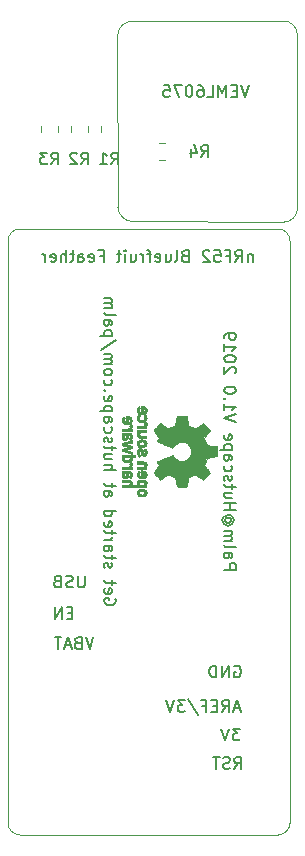
<source format=gbr>
G04 #@! TF.GenerationSoftware,KiCad,Pcbnew,(5.1.0-0)*
G04 #@! TF.CreationDate,2019-06-12T16:48:35+08:00*
G04 #@! TF.ProjectId,Palm,50616c6d-2e6b-4696-9361-645f70636258,V1.0*
G04 #@! TF.SameCoordinates,Original*
G04 #@! TF.FileFunction,Legend,Bot*
G04 #@! TF.FilePolarity,Positive*
%FSLAX46Y46*%
G04 Gerber Fmt 4.6, Leading zero omitted, Abs format (unit mm)*
G04 Created by KiCad (PCBNEW (5.1.0-0)) date 2019-06-12 16:48:35*
%MOMM*%
%LPD*%
G04 APERTURE LIST*
%ADD10C,0.150000*%
%ADD11C,0.010000*%
%ADD12C,0.120000*%
G04 APERTURE END LIST*
D10*
X144645000Y-101352380D02*
X144692619Y-101447619D01*
X144692619Y-101590476D01*
X144645000Y-101733333D01*
X144549761Y-101828571D01*
X144454523Y-101876190D01*
X144264047Y-101923809D01*
X144121190Y-101923809D01*
X143930714Y-101876190D01*
X143835476Y-101828571D01*
X143740238Y-101733333D01*
X143692619Y-101590476D01*
X143692619Y-101495238D01*
X143740238Y-101352380D01*
X143787857Y-101304761D01*
X144121190Y-101304761D01*
X144121190Y-101495238D01*
X143740238Y-100495238D02*
X143692619Y-100590476D01*
X143692619Y-100780952D01*
X143740238Y-100876190D01*
X143835476Y-100923809D01*
X144216428Y-100923809D01*
X144311666Y-100876190D01*
X144359285Y-100780952D01*
X144359285Y-100590476D01*
X144311666Y-100495238D01*
X144216428Y-100447619D01*
X144121190Y-100447619D01*
X144025952Y-100923809D01*
X144359285Y-100161904D02*
X144359285Y-99780952D01*
X144692619Y-100019047D02*
X143835476Y-100019047D01*
X143740238Y-99971428D01*
X143692619Y-99876190D01*
X143692619Y-99780952D01*
X143740238Y-98733333D02*
X143692619Y-98638095D01*
X143692619Y-98447619D01*
X143740238Y-98352380D01*
X143835476Y-98304761D01*
X143883095Y-98304761D01*
X143978333Y-98352380D01*
X144025952Y-98447619D01*
X144025952Y-98590476D01*
X144073571Y-98685714D01*
X144168809Y-98733333D01*
X144216428Y-98733333D01*
X144311666Y-98685714D01*
X144359285Y-98590476D01*
X144359285Y-98447619D01*
X144311666Y-98352380D01*
X144359285Y-98019047D02*
X144359285Y-97638095D01*
X144692619Y-97876190D02*
X143835476Y-97876190D01*
X143740238Y-97828571D01*
X143692619Y-97733333D01*
X143692619Y-97638095D01*
X143692619Y-96876190D02*
X144216428Y-96876190D01*
X144311666Y-96923809D01*
X144359285Y-97019047D01*
X144359285Y-97209523D01*
X144311666Y-97304761D01*
X143740238Y-96876190D02*
X143692619Y-96971428D01*
X143692619Y-97209523D01*
X143740238Y-97304761D01*
X143835476Y-97352380D01*
X143930714Y-97352380D01*
X144025952Y-97304761D01*
X144073571Y-97209523D01*
X144073571Y-96971428D01*
X144121190Y-96876190D01*
X143692619Y-96400000D02*
X144359285Y-96400000D01*
X144168809Y-96400000D02*
X144264047Y-96352380D01*
X144311666Y-96304761D01*
X144359285Y-96209523D01*
X144359285Y-96114285D01*
X144359285Y-95923809D02*
X144359285Y-95542857D01*
X144692619Y-95780952D02*
X143835476Y-95780952D01*
X143740238Y-95733333D01*
X143692619Y-95638095D01*
X143692619Y-95542857D01*
X143740238Y-94828571D02*
X143692619Y-94923809D01*
X143692619Y-95114285D01*
X143740238Y-95209523D01*
X143835476Y-95257142D01*
X144216428Y-95257142D01*
X144311666Y-95209523D01*
X144359285Y-95114285D01*
X144359285Y-94923809D01*
X144311666Y-94828571D01*
X144216428Y-94780952D01*
X144121190Y-94780952D01*
X144025952Y-95257142D01*
X143692619Y-93923809D02*
X144692619Y-93923809D01*
X143740238Y-93923809D02*
X143692619Y-94019047D01*
X143692619Y-94209523D01*
X143740238Y-94304761D01*
X143787857Y-94352380D01*
X143883095Y-94400000D01*
X144168809Y-94400000D01*
X144264047Y-94352380D01*
X144311666Y-94304761D01*
X144359285Y-94209523D01*
X144359285Y-94019047D01*
X144311666Y-93923809D01*
X143692619Y-92257142D02*
X144216428Y-92257142D01*
X144311666Y-92304761D01*
X144359285Y-92400000D01*
X144359285Y-92590476D01*
X144311666Y-92685714D01*
X143740238Y-92257142D02*
X143692619Y-92352380D01*
X143692619Y-92590476D01*
X143740238Y-92685714D01*
X143835476Y-92733333D01*
X143930714Y-92733333D01*
X144025952Y-92685714D01*
X144073571Y-92590476D01*
X144073571Y-92352380D01*
X144121190Y-92257142D01*
X144359285Y-91923809D02*
X144359285Y-91542857D01*
X144692619Y-91780952D02*
X143835476Y-91780952D01*
X143740238Y-91733333D01*
X143692619Y-91638095D01*
X143692619Y-91542857D01*
X143692619Y-90447619D02*
X144692619Y-90447619D01*
X143692619Y-90019047D02*
X144216428Y-90019047D01*
X144311666Y-90066666D01*
X144359285Y-90161904D01*
X144359285Y-90304761D01*
X144311666Y-90400000D01*
X144264047Y-90447619D01*
X144359285Y-89114285D02*
X143692619Y-89114285D01*
X144359285Y-89542857D02*
X143835476Y-89542857D01*
X143740238Y-89495238D01*
X143692619Y-89400000D01*
X143692619Y-89257142D01*
X143740238Y-89161904D01*
X143787857Y-89114285D01*
X144359285Y-88780952D02*
X144359285Y-88400000D01*
X144692619Y-88638095D02*
X143835476Y-88638095D01*
X143740238Y-88590476D01*
X143692619Y-88495238D01*
X143692619Y-88400000D01*
X143740238Y-88114285D02*
X143692619Y-88019047D01*
X143692619Y-87828571D01*
X143740238Y-87733333D01*
X143835476Y-87685714D01*
X143883095Y-87685714D01*
X143978333Y-87733333D01*
X144025952Y-87828571D01*
X144025952Y-87971428D01*
X144073571Y-88066666D01*
X144168809Y-88114285D01*
X144216428Y-88114285D01*
X144311666Y-88066666D01*
X144359285Y-87971428D01*
X144359285Y-87828571D01*
X144311666Y-87733333D01*
X143740238Y-86828571D02*
X143692619Y-86923809D01*
X143692619Y-87114285D01*
X143740238Y-87209523D01*
X143787857Y-87257142D01*
X143883095Y-87304761D01*
X144168809Y-87304761D01*
X144264047Y-87257142D01*
X144311666Y-87209523D01*
X144359285Y-87114285D01*
X144359285Y-86923809D01*
X144311666Y-86828571D01*
X143692619Y-85971428D02*
X144216428Y-85971428D01*
X144311666Y-86019047D01*
X144359285Y-86114285D01*
X144359285Y-86304761D01*
X144311666Y-86400000D01*
X143740238Y-85971428D02*
X143692619Y-86066666D01*
X143692619Y-86304761D01*
X143740238Y-86400000D01*
X143835476Y-86447619D01*
X143930714Y-86447619D01*
X144025952Y-86400000D01*
X144073571Y-86304761D01*
X144073571Y-86066666D01*
X144121190Y-85971428D01*
X144359285Y-85495238D02*
X143359285Y-85495238D01*
X144311666Y-85495238D02*
X144359285Y-85400000D01*
X144359285Y-85209523D01*
X144311666Y-85114285D01*
X144264047Y-85066666D01*
X144168809Y-85019047D01*
X143883095Y-85019047D01*
X143787857Y-85066666D01*
X143740238Y-85114285D01*
X143692619Y-85209523D01*
X143692619Y-85400000D01*
X143740238Y-85495238D01*
X143740238Y-84209523D02*
X143692619Y-84304761D01*
X143692619Y-84495238D01*
X143740238Y-84590476D01*
X143835476Y-84638095D01*
X144216428Y-84638095D01*
X144311666Y-84590476D01*
X144359285Y-84495238D01*
X144359285Y-84304761D01*
X144311666Y-84209523D01*
X144216428Y-84161904D01*
X144121190Y-84161904D01*
X144025952Y-84638095D01*
X143787857Y-83733333D02*
X143740238Y-83685714D01*
X143692619Y-83733333D01*
X143740238Y-83780952D01*
X143787857Y-83733333D01*
X143692619Y-83733333D01*
X143740238Y-82828571D02*
X143692619Y-82923809D01*
X143692619Y-83114285D01*
X143740238Y-83209523D01*
X143787857Y-83257142D01*
X143883095Y-83304761D01*
X144168809Y-83304761D01*
X144264047Y-83257142D01*
X144311666Y-83209523D01*
X144359285Y-83114285D01*
X144359285Y-82923809D01*
X144311666Y-82828571D01*
X143692619Y-82257142D02*
X143740238Y-82352380D01*
X143787857Y-82400000D01*
X143883095Y-82447619D01*
X144168809Y-82447619D01*
X144264047Y-82400000D01*
X144311666Y-82352380D01*
X144359285Y-82257142D01*
X144359285Y-82114285D01*
X144311666Y-82019047D01*
X144264047Y-81971428D01*
X144168809Y-81923809D01*
X143883095Y-81923809D01*
X143787857Y-81971428D01*
X143740238Y-82019047D01*
X143692619Y-82114285D01*
X143692619Y-82257142D01*
X143692619Y-81495238D02*
X144359285Y-81495238D01*
X144264047Y-81495238D02*
X144311666Y-81447619D01*
X144359285Y-81352380D01*
X144359285Y-81209523D01*
X144311666Y-81114285D01*
X144216428Y-81066666D01*
X143692619Y-81066666D01*
X144216428Y-81066666D02*
X144311666Y-81019047D01*
X144359285Y-80923809D01*
X144359285Y-80780952D01*
X144311666Y-80685714D01*
X144216428Y-80638095D01*
X143692619Y-80638095D01*
X144740238Y-79447619D02*
X143454523Y-80304761D01*
X144359285Y-79114285D02*
X143359285Y-79114285D01*
X144311666Y-79114285D02*
X144359285Y-79019047D01*
X144359285Y-78828571D01*
X144311666Y-78733333D01*
X144264047Y-78685714D01*
X144168809Y-78638095D01*
X143883095Y-78638095D01*
X143787857Y-78685714D01*
X143740238Y-78733333D01*
X143692619Y-78828571D01*
X143692619Y-79019047D01*
X143740238Y-79114285D01*
X143692619Y-77780952D02*
X144216428Y-77780952D01*
X144311666Y-77828571D01*
X144359285Y-77923809D01*
X144359285Y-78114285D01*
X144311666Y-78209523D01*
X143740238Y-77780952D02*
X143692619Y-77876190D01*
X143692619Y-78114285D01*
X143740238Y-78209523D01*
X143835476Y-78257142D01*
X143930714Y-78257142D01*
X144025952Y-78209523D01*
X144073571Y-78114285D01*
X144073571Y-77876190D01*
X144121190Y-77780952D01*
X143692619Y-77161904D02*
X143740238Y-77257142D01*
X143835476Y-77304761D01*
X144692619Y-77304761D01*
X143692619Y-76780952D02*
X144359285Y-76780952D01*
X144264047Y-76780952D02*
X144311666Y-76733333D01*
X144359285Y-76638095D01*
X144359285Y-76495238D01*
X144311666Y-76400000D01*
X144216428Y-76352380D01*
X143692619Y-76352380D01*
X144216428Y-76352380D02*
X144311666Y-76304761D01*
X144359285Y-76209523D01*
X144359285Y-76066666D01*
X144311666Y-75971428D01*
X144216428Y-75923809D01*
X143692619Y-75923809D01*
X153852619Y-98900000D02*
X154852619Y-98900000D01*
X154852619Y-98519047D01*
X154805000Y-98423809D01*
X154757380Y-98376190D01*
X154662142Y-98328571D01*
X154519285Y-98328571D01*
X154424047Y-98376190D01*
X154376428Y-98423809D01*
X154328809Y-98519047D01*
X154328809Y-98900000D01*
X153852619Y-97471428D02*
X154376428Y-97471428D01*
X154471666Y-97519047D01*
X154519285Y-97614285D01*
X154519285Y-97804761D01*
X154471666Y-97900000D01*
X153900238Y-97471428D02*
X153852619Y-97566666D01*
X153852619Y-97804761D01*
X153900238Y-97900000D01*
X153995476Y-97947619D01*
X154090714Y-97947619D01*
X154185952Y-97900000D01*
X154233571Y-97804761D01*
X154233571Y-97566666D01*
X154281190Y-97471428D01*
X153852619Y-96852380D02*
X153900238Y-96947619D01*
X153995476Y-96995238D01*
X154852619Y-96995238D01*
X153852619Y-96471428D02*
X154519285Y-96471428D01*
X154424047Y-96471428D02*
X154471666Y-96423809D01*
X154519285Y-96328571D01*
X154519285Y-96185714D01*
X154471666Y-96090476D01*
X154376428Y-96042857D01*
X153852619Y-96042857D01*
X154376428Y-96042857D02*
X154471666Y-95995238D01*
X154519285Y-95900000D01*
X154519285Y-95757142D01*
X154471666Y-95661904D01*
X154376428Y-95614285D01*
X153852619Y-95614285D01*
X154328809Y-94519047D02*
X154376428Y-94566666D01*
X154424047Y-94661904D01*
X154424047Y-94757142D01*
X154376428Y-94852380D01*
X154328809Y-94900000D01*
X154233571Y-94947619D01*
X154138333Y-94947619D01*
X154043095Y-94900000D01*
X153995476Y-94852380D01*
X153947857Y-94757142D01*
X153947857Y-94661904D01*
X153995476Y-94566666D01*
X154043095Y-94519047D01*
X154424047Y-94519047D02*
X154043095Y-94519047D01*
X153995476Y-94471428D01*
X153995476Y-94423809D01*
X154043095Y-94328571D01*
X154138333Y-94280952D01*
X154376428Y-94280952D01*
X154519285Y-94376190D01*
X154614523Y-94519047D01*
X154662142Y-94709523D01*
X154614523Y-94900000D01*
X154519285Y-95042857D01*
X154376428Y-95138095D01*
X154185952Y-95185714D01*
X153995476Y-95138095D01*
X153852619Y-95042857D01*
X153757380Y-94900000D01*
X153709761Y-94709523D01*
X153757380Y-94519047D01*
X153852619Y-94376190D01*
X153852619Y-93852380D02*
X154852619Y-93852380D01*
X154376428Y-93852380D02*
X154376428Y-93280952D01*
X153852619Y-93280952D02*
X154852619Y-93280952D01*
X154519285Y-92376190D02*
X153852619Y-92376190D01*
X154519285Y-92804761D02*
X153995476Y-92804761D01*
X153900238Y-92757142D01*
X153852619Y-92661904D01*
X153852619Y-92519047D01*
X153900238Y-92423809D01*
X153947857Y-92376190D01*
X154519285Y-92042857D02*
X154519285Y-91661904D01*
X154852619Y-91900000D02*
X153995476Y-91900000D01*
X153900238Y-91852380D01*
X153852619Y-91757142D01*
X153852619Y-91661904D01*
X153900238Y-91376190D02*
X153852619Y-91280952D01*
X153852619Y-91090476D01*
X153900238Y-90995238D01*
X153995476Y-90947619D01*
X154043095Y-90947619D01*
X154138333Y-90995238D01*
X154185952Y-91090476D01*
X154185952Y-91233333D01*
X154233571Y-91328571D01*
X154328809Y-91376190D01*
X154376428Y-91376190D01*
X154471666Y-91328571D01*
X154519285Y-91233333D01*
X154519285Y-91090476D01*
X154471666Y-90995238D01*
X153900238Y-90090476D02*
X153852619Y-90185714D01*
X153852619Y-90376190D01*
X153900238Y-90471428D01*
X153947857Y-90519047D01*
X154043095Y-90566666D01*
X154328809Y-90566666D01*
X154424047Y-90519047D01*
X154471666Y-90471428D01*
X154519285Y-90376190D01*
X154519285Y-90185714D01*
X154471666Y-90090476D01*
X153852619Y-89233333D02*
X154376428Y-89233333D01*
X154471666Y-89280952D01*
X154519285Y-89376190D01*
X154519285Y-89566666D01*
X154471666Y-89661904D01*
X153900238Y-89233333D02*
X153852619Y-89328571D01*
X153852619Y-89566666D01*
X153900238Y-89661904D01*
X153995476Y-89709523D01*
X154090714Y-89709523D01*
X154185952Y-89661904D01*
X154233571Y-89566666D01*
X154233571Y-89328571D01*
X154281190Y-89233333D01*
X154519285Y-88757142D02*
X153519285Y-88757142D01*
X154471666Y-88757142D02*
X154519285Y-88661904D01*
X154519285Y-88471428D01*
X154471666Y-88376190D01*
X154424047Y-88328571D01*
X154328809Y-88280952D01*
X154043095Y-88280952D01*
X153947857Y-88328571D01*
X153900238Y-88376190D01*
X153852619Y-88471428D01*
X153852619Y-88661904D01*
X153900238Y-88757142D01*
X153900238Y-87471428D02*
X153852619Y-87566666D01*
X153852619Y-87757142D01*
X153900238Y-87852380D01*
X153995476Y-87900000D01*
X154376428Y-87900000D01*
X154471666Y-87852380D01*
X154519285Y-87757142D01*
X154519285Y-87566666D01*
X154471666Y-87471428D01*
X154376428Y-87423809D01*
X154281190Y-87423809D01*
X154185952Y-87900000D01*
X154852619Y-86376190D02*
X153852619Y-86042857D01*
X154852619Y-85709523D01*
X153852619Y-84852380D02*
X153852619Y-85423809D01*
X153852619Y-85138095D02*
X154852619Y-85138095D01*
X154709761Y-85233333D01*
X154614523Y-85328571D01*
X154566904Y-85423809D01*
X153947857Y-84423809D02*
X153900238Y-84376190D01*
X153852619Y-84423809D01*
X153900238Y-84471428D01*
X153947857Y-84423809D01*
X153852619Y-84423809D01*
X154852619Y-83757142D02*
X154852619Y-83661904D01*
X154805000Y-83566666D01*
X154757380Y-83519047D01*
X154662142Y-83471428D01*
X154471666Y-83423809D01*
X154233571Y-83423809D01*
X154043095Y-83471428D01*
X153947857Y-83519047D01*
X153900238Y-83566666D01*
X153852619Y-83661904D01*
X153852619Y-83757142D01*
X153900238Y-83852380D01*
X153947857Y-83900000D01*
X154043095Y-83947619D01*
X154233571Y-83995238D01*
X154471666Y-83995238D01*
X154662142Y-83947619D01*
X154757380Y-83900000D01*
X154805000Y-83852380D01*
X154852619Y-83757142D01*
X154757380Y-82280952D02*
X154805000Y-82233333D01*
X154852619Y-82138095D01*
X154852619Y-81900000D01*
X154805000Y-81804761D01*
X154757380Y-81757142D01*
X154662142Y-81709523D01*
X154566904Y-81709523D01*
X154424047Y-81757142D01*
X153852619Y-82328571D01*
X153852619Y-81709523D01*
X154852619Y-81090476D02*
X154852619Y-80995238D01*
X154805000Y-80900000D01*
X154757380Y-80852380D01*
X154662142Y-80804761D01*
X154471666Y-80757142D01*
X154233571Y-80757142D01*
X154043095Y-80804761D01*
X153947857Y-80852380D01*
X153900238Y-80900000D01*
X153852619Y-80995238D01*
X153852619Y-81090476D01*
X153900238Y-81185714D01*
X153947857Y-81233333D01*
X154043095Y-81280952D01*
X154233571Y-81328571D01*
X154471666Y-81328571D01*
X154662142Y-81280952D01*
X154757380Y-81233333D01*
X154805000Y-81185714D01*
X154852619Y-81090476D01*
X153852619Y-79804761D02*
X153852619Y-80376190D01*
X153852619Y-80090476D02*
X154852619Y-80090476D01*
X154709761Y-80185714D01*
X154614523Y-80280952D01*
X154566904Y-80376190D01*
X153852619Y-79328571D02*
X153852619Y-79138095D01*
X153900238Y-79042857D01*
X153947857Y-78995238D01*
X154090714Y-78900000D01*
X154281190Y-78852380D01*
X154662142Y-78852380D01*
X154757380Y-78900000D01*
X154805000Y-78947619D01*
X154852619Y-79042857D01*
X154852619Y-79233333D01*
X154805000Y-79328571D01*
X154757380Y-79376190D01*
X154662142Y-79423809D01*
X154424047Y-79423809D01*
X154328809Y-79376190D01*
X154281190Y-79328571D01*
X154233571Y-79233333D01*
X154233571Y-79042857D01*
X154281190Y-78947619D01*
X154328809Y-78900000D01*
X154424047Y-78852380D01*
D11*
G36*
X152826424Y-88399036D02*
G01*
X152425678Y-88323487D01*
X152195846Y-87765959D01*
X152423252Y-87431535D01*
X152486569Y-87337878D01*
X152543104Y-87253218D01*
X152590273Y-87181505D01*
X152625498Y-87126689D01*
X152646195Y-87092720D01*
X152650658Y-87083470D01*
X152639180Y-87066805D01*
X152607449Y-87031194D01*
X152559517Y-86980629D01*
X152499438Y-86919100D01*
X152431267Y-86850601D01*
X152359055Y-86779121D01*
X152286858Y-86708653D01*
X152218727Y-86643189D01*
X152158717Y-86586720D01*
X152110881Y-86543237D01*
X152079273Y-86516732D01*
X152068695Y-86510395D01*
X152049194Y-86519514D01*
X152006469Y-86545080D01*
X151944702Y-86584403D01*
X151868069Y-86634797D01*
X151780752Y-86693573D01*
X151730948Y-86727632D01*
X151640007Y-86789711D01*
X151557941Y-86844874D01*
X151488837Y-86890446D01*
X151436778Y-86923750D01*
X151405850Y-86942110D01*
X151399350Y-86944869D01*
X151380879Y-86938615D01*
X151337828Y-86921566D01*
X151276251Y-86896297D01*
X151202201Y-86865378D01*
X151121730Y-86831382D01*
X151040893Y-86796882D01*
X150965742Y-86764449D01*
X150902329Y-86736657D01*
X150856707Y-86716077D01*
X150834931Y-86705281D01*
X150834074Y-86704644D01*
X150829916Y-86687693D01*
X150820639Y-86642549D01*
X150807156Y-86573890D01*
X150790379Y-86486398D01*
X150771219Y-86384750D01*
X150760170Y-86325444D01*
X150739490Y-86216828D01*
X150719811Y-86118723D01*
X150702211Y-86036091D01*
X150687767Y-85973896D01*
X150677554Y-85937101D01*
X150674314Y-85929704D01*
X150652383Y-85922460D01*
X150602853Y-85916615D01*
X150531515Y-85912165D01*
X150444161Y-85909107D01*
X150346583Y-85907435D01*
X150244574Y-85907147D01*
X150143925Y-85908239D01*
X150050428Y-85910706D01*
X149969875Y-85914544D01*
X149908058Y-85919750D01*
X149870770Y-85926319D01*
X149863007Y-85930259D01*
X149853702Y-85953812D01*
X149840400Y-86003718D01*
X149824663Y-86073377D01*
X149808054Y-86156187D01*
X149802681Y-86185095D01*
X149777152Y-86324469D01*
X149756592Y-86434564D01*
X149740185Y-86519018D01*
X149727113Y-86581470D01*
X149716559Y-86625556D01*
X149707706Y-86654915D01*
X149699737Y-86673185D01*
X149691835Y-86684002D01*
X149690273Y-86685515D01*
X149665114Y-86700623D01*
X149616150Y-86723671D01*
X149549379Y-86752356D01*
X149470795Y-86784378D01*
X149386393Y-86817435D01*
X149302170Y-86849227D01*
X149224121Y-86877451D01*
X149158241Y-86899807D01*
X149110527Y-86913993D01*
X149086973Y-86917707D01*
X149086148Y-86917398D01*
X149066896Y-86904811D01*
X149024537Y-86876256D01*
X148963479Y-86834733D01*
X148888132Y-86783244D01*
X148802904Y-86724789D01*
X148778685Y-86708142D01*
X148690877Y-86648785D01*
X148610762Y-86596553D01*
X148542938Y-86554292D01*
X148492007Y-86524847D01*
X148462569Y-86511063D01*
X148458952Y-86510395D01*
X148439943Y-86521976D01*
X148402286Y-86553976D01*
X148350027Y-86602282D01*
X148287214Y-86662780D01*
X148217894Y-86731356D01*
X148146115Y-86803896D01*
X148075923Y-86876288D01*
X148011365Y-86944416D01*
X147956490Y-87004168D01*
X147915344Y-87051429D01*
X147891974Y-87082087D01*
X147888158Y-87090568D01*
X147897145Y-87110309D01*
X147921384Y-87150726D01*
X147956791Y-87205237D01*
X147985289Y-87247177D01*
X148037582Y-87323171D01*
X148099155Y-87413166D01*
X148160630Y-87503436D01*
X148193531Y-87551968D01*
X148304641Y-87716238D01*
X148230084Y-87854131D01*
X148197422Y-87916951D01*
X148172034Y-87970371D01*
X148157554Y-88006516D01*
X148155540Y-88015716D01*
X148170416Y-88026779D01*
X148212453Y-88048606D01*
X148277773Y-88079566D01*
X148362500Y-88118030D01*
X148462755Y-88162368D01*
X148574661Y-88210953D01*
X148694341Y-88262154D01*
X148817916Y-88314341D01*
X148941509Y-88365887D01*
X149061243Y-88415160D01*
X149173241Y-88460533D01*
X149273623Y-88500375D01*
X149358514Y-88533058D01*
X149424035Y-88556951D01*
X149466310Y-88570426D01*
X149480828Y-88572594D01*
X149499347Y-88555417D01*
X149529410Y-88517810D01*
X149564768Y-88467634D01*
X149567566Y-88463422D01*
X149671375Y-88333736D01*
X149792485Y-88229166D01*
X149927024Y-88150619D01*
X150071118Y-88099001D01*
X150220895Y-88075218D01*
X150372483Y-88080177D01*
X150522008Y-88114783D01*
X150665600Y-88179943D01*
X150697016Y-88199114D01*
X150823875Y-88298826D01*
X150925745Y-88416623D01*
X151002096Y-88548429D01*
X151052398Y-88690167D01*
X151076121Y-88837758D01*
X151072735Y-88987127D01*
X151041712Y-89134197D01*
X150982520Y-89274889D01*
X150894631Y-89405127D01*
X150858958Y-89445414D01*
X150747294Y-89547945D01*
X150629743Y-89622659D01*
X150497980Y-89673910D01*
X150367493Y-89702454D01*
X150220784Y-89709500D01*
X150073347Y-89686004D01*
X149930166Y-89634351D01*
X149796223Y-89556929D01*
X149676502Y-89456125D01*
X149575986Y-89334324D01*
X149565391Y-89318316D01*
X149530694Y-89267602D01*
X149500630Y-89229050D01*
X149481435Y-89210619D01*
X149480828Y-89210351D01*
X149460064Y-89214308D01*
X149412938Y-89229993D01*
X149343327Y-89255778D01*
X149255107Y-89290031D01*
X149152156Y-89331123D01*
X149038350Y-89377424D01*
X148917565Y-89427304D01*
X148793679Y-89479133D01*
X148670568Y-89531281D01*
X148552109Y-89582118D01*
X148442177Y-89630013D01*
X148344651Y-89673338D01*
X148263407Y-89710462D01*
X148202321Y-89739756D01*
X148165270Y-89759588D01*
X148155540Y-89767574D01*
X148163117Y-89791979D01*
X148183440Y-89837642D01*
X148212875Y-89896690D01*
X148230084Y-89929160D01*
X148304641Y-90067053D01*
X148193531Y-90231323D01*
X148136610Y-90315179D01*
X148073970Y-90406987D01*
X148014989Y-90493020D01*
X147985289Y-90536113D01*
X147944590Y-90596723D01*
X147912337Y-90648045D01*
X147892616Y-90683385D01*
X147888446Y-90694863D01*
X147899693Y-90711570D01*
X147931089Y-90748546D01*
X147979376Y-90802205D01*
X148041292Y-90868962D01*
X148113579Y-90945234D01*
X148159992Y-90993473D01*
X148242913Y-91077867D01*
X148317080Y-91150803D01*
X148379320Y-91209331D01*
X148426459Y-91250503D01*
X148455327Y-91271372D01*
X148461185Y-91273374D01*
X148483468Y-91264083D01*
X148528523Y-91238409D01*
X148591789Y-91199200D01*
X148668705Y-91149303D01*
X148754708Y-91091567D01*
X148778685Y-91075149D01*
X148865830Y-91015323D01*
X148944290Y-90961650D01*
X149009655Y-90917130D01*
X149057516Y-90884765D01*
X149083465Y-90867555D01*
X149086148Y-90865893D01*
X149106828Y-90868379D01*
X149152296Y-90881577D01*
X149216556Y-90903186D01*
X149293613Y-90930904D01*
X149377471Y-90962430D01*
X149462134Y-90995463D01*
X149541608Y-91027701D01*
X149609896Y-91056843D01*
X149661003Y-91080588D01*
X149688933Y-91096635D01*
X149690273Y-91097775D01*
X149698255Y-91107588D01*
X149706149Y-91124161D01*
X149714771Y-91151132D01*
X149724938Y-91192139D01*
X149737469Y-91250820D01*
X149753179Y-91330813D01*
X149772887Y-91435755D01*
X149797408Y-91569285D01*
X149802681Y-91598196D01*
X149819236Y-91683882D01*
X149835431Y-91758582D01*
X149849704Y-91815694D01*
X149860492Y-91848617D01*
X149863007Y-91853031D01*
X149885304Y-91860306D01*
X149935131Y-91866219D01*
X150006696Y-91870766D01*
X150094207Y-91873945D01*
X150191872Y-91875749D01*
X150293899Y-91876177D01*
X150394497Y-91875223D01*
X150487873Y-91872884D01*
X150568235Y-91869156D01*
X150629791Y-91864034D01*
X150666750Y-91857516D01*
X150674314Y-91853586D01*
X150681944Y-91831708D01*
X150694358Y-91781891D01*
X150710478Y-91709097D01*
X150729227Y-91618289D01*
X150749529Y-91514431D01*
X150760170Y-91457846D01*
X150780240Y-91350486D01*
X150798420Y-91254746D01*
X150813801Y-91175306D01*
X150825469Y-91116846D01*
X150832512Y-91084045D01*
X150834074Y-91078646D01*
X150851678Y-91069522D01*
X150894082Y-91050235D01*
X150955228Y-91023355D01*
X151029057Y-90991454D01*
X151109511Y-90957102D01*
X151190532Y-90922871D01*
X151266063Y-90891331D01*
X151330045Y-90865054D01*
X151376420Y-90846611D01*
X151399131Y-90838571D01*
X151400124Y-90838422D01*
X151418039Y-90847535D01*
X151459267Y-90873086D01*
X151519709Y-90912388D01*
X151595269Y-90962757D01*
X151681848Y-91021506D01*
X151731579Y-91055658D01*
X151822764Y-91117890D01*
X151905551Y-91173164D01*
X151975751Y-91218782D01*
X152029176Y-91252048D01*
X152061639Y-91270264D01*
X152068917Y-91272895D01*
X152085855Y-91261586D01*
X152122022Y-91230319D01*
X152173365Y-91183090D01*
X152235833Y-91123892D01*
X152305374Y-91056719D01*
X152377935Y-90985566D01*
X152449465Y-90914426D01*
X152515913Y-90847293D01*
X152573226Y-90788161D01*
X152617353Y-90741025D01*
X152644241Y-90709877D01*
X152650658Y-90699457D01*
X152641635Y-90682491D01*
X152616285Y-90641911D01*
X152577190Y-90581663D01*
X152526929Y-90505693D01*
X152468083Y-90417946D01*
X152423252Y-90351756D01*
X152195846Y-90017332D01*
X152310762Y-89738567D01*
X152425678Y-89459803D01*
X152826424Y-89384254D01*
X153227171Y-89308706D01*
X153227171Y-88474585D01*
X152826424Y-88399036D01*
X152826424Y-88399036D01*
G37*
X152826424Y-88399036D02*
X152425678Y-88323487D01*
X152195846Y-87765959D01*
X152423252Y-87431535D01*
X152486569Y-87337878D01*
X152543104Y-87253218D01*
X152590273Y-87181505D01*
X152625498Y-87126689D01*
X152646195Y-87092720D01*
X152650658Y-87083470D01*
X152639180Y-87066805D01*
X152607449Y-87031194D01*
X152559517Y-86980629D01*
X152499438Y-86919100D01*
X152431267Y-86850601D01*
X152359055Y-86779121D01*
X152286858Y-86708653D01*
X152218727Y-86643189D01*
X152158717Y-86586720D01*
X152110881Y-86543237D01*
X152079273Y-86516732D01*
X152068695Y-86510395D01*
X152049194Y-86519514D01*
X152006469Y-86545080D01*
X151944702Y-86584403D01*
X151868069Y-86634797D01*
X151780752Y-86693573D01*
X151730948Y-86727632D01*
X151640007Y-86789711D01*
X151557941Y-86844874D01*
X151488837Y-86890446D01*
X151436778Y-86923750D01*
X151405850Y-86942110D01*
X151399350Y-86944869D01*
X151380879Y-86938615D01*
X151337828Y-86921566D01*
X151276251Y-86896297D01*
X151202201Y-86865378D01*
X151121730Y-86831382D01*
X151040893Y-86796882D01*
X150965742Y-86764449D01*
X150902329Y-86736657D01*
X150856707Y-86716077D01*
X150834931Y-86705281D01*
X150834074Y-86704644D01*
X150829916Y-86687693D01*
X150820639Y-86642549D01*
X150807156Y-86573890D01*
X150790379Y-86486398D01*
X150771219Y-86384750D01*
X150760170Y-86325444D01*
X150739490Y-86216828D01*
X150719811Y-86118723D01*
X150702211Y-86036091D01*
X150687767Y-85973896D01*
X150677554Y-85937101D01*
X150674314Y-85929704D01*
X150652383Y-85922460D01*
X150602853Y-85916615D01*
X150531515Y-85912165D01*
X150444161Y-85909107D01*
X150346583Y-85907435D01*
X150244574Y-85907147D01*
X150143925Y-85908239D01*
X150050428Y-85910706D01*
X149969875Y-85914544D01*
X149908058Y-85919750D01*
X149870770Y-85926319D01*
X149863007Y-85930259D01*
X149853702Y-85953812D01*
X149840400Y-86003718D01*
X149824663Y-86073377D01*
X149808054Y-86156187D01*
X149802681Y-86185095D01*
X149777152Y-86324469D01*
X149756592Y-86434564D01*
X149740185Y-86519018D01*
X149727113Y-86581470D01*
X149716559Y-86625556D01*
X149707706Y-86654915D01*
X149699737Y-86673185D01*
X149691835Y-86684002D01*
X149690273Y-86685515D01*
X149665114Y-86700623D01*
X149616150Y-86723671D01*
X149549379Y-86752356D01*
X149470795Y-86784378D01*
X149386393Y-86817435D01*
X149302170Y-86849227D01*
X149224121Y-86877451D01*
X149158241Y-86899807D01*
X149110527Y-86913993D01*
X149086973Y-86917707D01*
X149086148Y-86917398D01*
X149066896Y-86904811D01*
X149024537Y-86876256D01*
X148963479Y-86834733D01*
X148888132Y-86783244D01*
X148802904Y-86724789D01*
X148778685Y-86708142D01*
X148690877Y-86648785D01*
X148610762Y-86596553D01*
X148542938Y-86554292D01*
X148492007Y-86524847D01*
X148462569Y-86511063D01*
X148458952Y-86510395D01*
X148439943Y-86521976D01*
X148402286Y-86553976D01*
X148350027Y-86602282D01*
X148287214Y-86662780D01*
X148217894Y-86731356D01*
X148146115Y-86803896D01*
X148075923Y-86876288D01*
X148011365Y-86944416D01*
X147956490Y-87004168D01*
X147915344Y-87051429D01*
X147891974Y-87082087D01*
X147888158Y-87090568D01*
X147897145Y-87110309D01*
X147921384Y-87150726D01*
X147956791Y-87205237D01*
X147985289Y-87247177D01*
X148037582Y-87323171D01*
X148099155Y-87413166D01*
X148160630Y-87503436D01*
X148193531Y-87551968D01*
X148304641Y-87716238D01*
X148230084Y-87854131D01*
X148197422Y-87916951D01*
X148172034Y-87970371D01*
X148157554Y-88006516D01*
X148155540Y-88015716D01*
X148170416Y-88026779D01*
X148212453Y-88048606D01*
X148277773Y-88079566D01*
X148362500Y-88118030D01*
X148462755Y-88162368D01*
X148574661Y-88210953D01*
X148694341Y-88262154D01*
X148817916Y-88314341D01*
X148941509Y-88365887D01*
X149061243Y-88415160D01*
X149173241Y-88460533D01*
X149273623Y-88500375D01*
X149358514Y-88533058D01*
X149424035Y-88556951D01*
X149466310Y-88570426D01*
X149480828Y-88572594D01*
X149499347Y-88555417D01*
X149529410Y-88517810D01*
X149564768Y-88467634D01*
X149567566Y-88463422D01*
X149671375Y-88333736D01*
X149792485Y-88229166D01*
X149927024Y-88150619D01*
X150071118Y-88099001D01*
X150220895Y-88075218D01*
X150372483Y-88080177D01*
X150522008Y-88114783D01*
X150665600Y-88179943D01*
X150697016Y-88199114D01*
X150823875Y-88298826D01*
X150925745Y-88416623D01*
X151002096Y-88548429D01*
X151052398Y-88690167D01*
X151076121Y-88837758D01*
X151072735Y-88987127D01*
X151041712Y-89134197D01*
X150982520Y-89274889D01*
X150894631Y-89405127D01*
X150858958Y-89445414D01*
X150747294Y-89547945D01*
X150629743Y-89622659D01*
X150497980Y-89673910D01*
X150367493Y-89702454D01*
X150220784Y-89709500D01*
X150073347Y-89686004D01*
X149930166Y-89634351D01*
X149796223Y-89556929D01*
X149676502Y-89456125D01*
X149575986Y-89334324D01*
X149565391Y-89318316D01*
X149530694Y-89267602D01*
X149500630Y-89229050D01*
X149481435Y-89210619D01*
X149480828Y-89210351D01*
X149460064Y-89214308D01*
X149412938Y-89229993D01*
X149343327Y-89255778D01*
X149255107Y-89290031D01*
X149152156Y-89331123D01*
X149038350Y-89377424D01*
X148917565Y-89427304D01*
X148793679Y-89479133D01*
X148670568Y-89531281D01*
X148552109Y-89582118D01*
X148442177Y-89630013D01*
X148344651Y-89673338D01*
X148263407Y-89710462D01*
X148202321Y-89739756D01*
X148165270Y-89759588D01*
X148155540Y-89767574D01*
X148163117Y-89791979D01*
X148183440Y-89837642D01*
X148212875Y-89896690D01*
X148230084Y-89929160D01*
X148304641Y-90067053D01*
X148193531Y-90231323D01*
X148136610Y-90315179D01*
X148073970Y-90406987D01*
X148014989Y-90493020D01*
X147985289Y-90536113D01*
X147944590Y-90596723D01*
X147912337Y-90648045D01*
X147892616Y-90683385D01*
X147888446Y-90694863D01*
X147899693Y-90711570D01*
X147931089Y-90748546D01*
X147979376Y-90802205D01*
X148041292Y-90868962D01*
X148113579Y-90945234D01*
X148159992Y-90993473D01*
X148242913Y-91077867D01*
X148317080Y-91150803D01*
X148379320Y-91209331D01*
X148426459Y-91250503D01*
X148455327Y-91271372D01*
X148461185Y-91273374D01*
X148483468Y-91264083D01*
X148528523Y-91238409D01*
X148591789Y-91199200D01*
X148668705Y-91149303D01*
X148754708Y-91091567D01*
X148778685Y-91075149D01*
X148865830Y-91015323D01*
X148944290Y-90961650D01*
X149009655Y-90917130D01*
X149057516Y-90884765D01*
X149083465Y-90867555D01*
X149086148Y-90865893D01*
X149106828Y-90868379D01*
X149152296Y-90881577D01*
X149216556Y-90903186D01*
X149293613Y-90930904D01*
X149377471Y-90962430D01*
X149462134Y-90995463D01*
X149541608Y-91027701D01*
X149609896Y-91056843D01*
X149661003Y-91080588D01*
X149688933Y-91096635D01*
X149690273Y-91097775D01*
X149698255Y-91107588D01*
X149706149Y-91124161D01*
X149714771Y-91151132D01*
X149724938Y-91192139D01*
X149737469Y-91250820D01*
X149753179Y-91330813D01*
X149772887Y-91435755D01*
X149797408Y-91569285D01*
X149802681Y-91598196D01*
X149819236Y-91683882D01*
X149835431Y-91758582D01*
X149849704Y-91815694D01*
X149860492Y-91848617D01*
X149863007Y-91853031D01*
X149885304Y-91860306D01*
X149935131Y-91866219D01*
X150006696Y-91870766D01*
X150094207Y-91873945D01*
X150191872Y-91875749D01*
X150293899Y-91876177D01*
X150394497Y-91875223D01*
X150487873Y-91872884D01*
X150568235Y-91869156D01*
X150629791Y-91864034D01*
X150666750Y-91857516D01*
X150674314Y-91853586D01*
X150681944Y-91831708D01*
X150694358Y-91781891D01*
X150710478Y-91709097D01*
X150729227Y-91618289D01*
X150749529Y-91514431D01*
X150760170Y-91457846D01*
X150780240Y-91350486D01*
X150798420Y-91254746D01*
X150813801Y-91175306D01*
X150825469Y-91116846D01*
X150832512Y-91084045D01*
X150834074Y-91078646D01*
X150851678Y-91069522D01*
X150894082Y-91050235D01*
X150955228Y-91023355D01*
X151029057Y-90991454D01*
X151109511Y-90957102D01*
X151190532Y-90922871D01*
X151266063Y-90891331D01*
X151330045Y-90865054D01*
X151376420Y-90846611D01*
X151399131Y-90838571D01*
X151400124Y-90838422D01*
X151418039Y-90847535D01*
X151459267Y-90873086D01*
X151519709Y-90912388D01*
X151595269Y-90962757D01*
X151681848Y-91021506D01*
X151731579Y-91055658D01*
X151822764Y-91117890D01*
X151905551Y-91173164D01*
X151975751Y-91218782D01*
X152029176Y-91252048D01*
X152061639Y-91270264D01*
X152068917Y-91272895D01*
X152085855Y-91261586D01*
X152122022Y-91230319D01*
X152173365Y-91183090D01*
X152235833Y-91123892D01*
X152305374Y-91056719D01*
X152377935Y-90985566D01*
X152449465Y-90914426D01*
X152515913Y-90847293D01*
X152573226Y-90788161D01*
X152617353Y-90741025D01*
X152644241Y-90709877D01*
X152650658Y-90699457D01*
X152641635Y-90682491D01*
X152616285Y-90641911D01*
X152577190Y-90581663D01*
X152526929Y-90505693D01*
X152468083Y-90417946D01*
X152423252Y-90351756D01*
X152195846Y-90017332D01*
X152310762Y-89738567D01*
X152425678Y-89459803D01*
X152826424Y-89384254D01*
X153227171Y-89308706D01*
X153227171Y-88474585D01*
X152826424Y-88399036D01*
G36*
X147287355Y-86508612D02*
G01*
X147269794Y-86451135D01*
X147247605Y-86414128D01*
X147230058Y-86402073D01*
X147209258Y-86405391D01*
X147176581Y-86426921D01*
X147153438Y-86445126D01*
X147111598Y-86482656D01*
X147093995Y-86510852D01*
X147095144Y-86534889D01*
X147113290Y-86606192D01*
X147112466Y-86658558D01*
X147091902Y-86701082D01*
X147079866Y-86715358D01*
X147037517Y-86761053D01*
X146484474Y-86761053D01*
X146484474Y-86944869D01*
X147286579Y-86944869D01*
X147286579Y-86852961D01*
X147284397Y-86797781D01*
X147276649Y-86769312D01*
X147261532Y-86761057D01*
X147261084Y-86761053D01*
X147245251Y-86757155D01*
X147247316Y-86739526D01*
X147258739Y-86715099D01*
X147279995Y-86664650D01*
X147292784Y-86623684D01*
X147296062Y-86570972D01*
X147287355Y-86508612D01*
X147287355Y-86508612D01*
G37*
X147287355Y-86508612D02*
X147269794Y-86451135D01*
X147247605Y-86414128D01*
X147230058Y-86402073D01*
X147209258Y-86405391D01*
X147176581Y-86426921D01*
X147153438Y-86445126D01*
X147111598Y-86482656D01*
X147093995Y-86510852D01*
X147095144Y-86534889D01*
X147113290Y-86606192D01*
X147112466Y-86658558D01*
X147091902Y-86701082D01*
X147079866Y-86715358D01*
X147037517Y-86761053D01*
X146484474Y-86761053D01*
X146484474Y-86944869D01*
X147286579Y-86944869D01*
X147286579Y-86852961D01*
X147284397Y-86797781D01*
X147276649Y-86769312D01*
X147261532Y-86761057D01*
X147261084Y-86761053D01*
X147245251Y-86757155D01*
X147247316Y-86739526D01*
X147258739Y-86715099D01*
X147279995Y-86664650D01*
X147292784Y-86623684D01*
X147296062Y-86570972D01*
X147287355Y-86508612D01*
G36*
X147272774Y-89902043D02*
G01*
X147252910Y-89860454D01*
X147224216Y-89820175D01*
X147191191Y-89789490D01*
X147149069Y-89767139D01*
X147093085Y-89751864D01*
X147018472Y-89742408D01*
X146920465Y-89737513D01*
X146794298Y-89735919D01*
X146781086Y-89735894D01*
X146484474Y-89735527D01*
X146484474Y-89919343D01*
X146757919Y-89919343D01*
X146859223Y-89919473D01*
X146932647Y-89920379D01*
X146983729Y-89922827D01*
X147018010Y-89927586D01*
X147041029Y-89935426D01*
X147058327Y-89947115D01*
X147075419Y-89963398D01*
X147112143Y-90020366D01*
X147118958Y-90082555D01*
X147095739Y-90141801D01*
X147078457Y-90162405D01*
X147062209Y-90177530D01*
X147044809Y-90188390D01*
X147020788Y-90195690D01*
X146984678Y-90200137D01*
X146931012Y-90202436D01*
X146854320Y-90203296D01*
X146760957Y-90203422D01*
X146484474Y-90203422D01*
X146484474Y-90387237D01*
X147286579Y-90387237D01*
X147286579Y-90295329D01*
X147284397Y-90240149D01*
X147276649Y-90211680D01*
X147261532Y-90203425D01*
X147261084Y-90203422D01*
X147246280Y-90199592D01*
X147247960Y-90182699D01*
X147264227Y-90149112D01*
X147288160Y-90072937D01*
X147290822Y-89985800D01*
X147272774Y-89902043D01*
X147272774Y-89902043D01*
G37*
X147272774Y-89902043D02*
X147252910Y-89860454D01*
X147224216Y-89820175D01*
X147191191Y-89789490D01*
X147149069Y-89767139D01*
X147093085Y-89751864D01*
X147018472Y-89742408D01*
X146920465Y-89737513D01*
X146794298Y-89735919D01*
X146781086Y-89735894D01*
X146484474Y-89735527D01*
X146484474Y-89919343D01*
X146757919Y-89919343D01*
X146859223Y-89919473D01*
X146932647Y-89920379D01*
X146983729Y-89922827D01*
X147018010Y-89927586D01*
X147041029Y-89935426D01*
X147058327Y-89947115D01*
X147075419Y-89963398D01*
X147112143Y-90020366D01*
X147118958Y-90082555D01*
X147095739Y-90141801D01*
X147078457Y-90162405D01*
X147062209Y-90177530D01*
X147044809Y-90188390D01*
X147020788Y-90195690D01*
X146984678Y-90200137D01*
X146931012Y-90202436D01*
X146854320Y-90203296D01*
X146760957Y-90203422D01*
X146484474Y-90203422D01*
X146484474Y-90387237D01*
X147286579Y-90387237D01*
X147286579Y-90295329D01*
X147284397Y-90240149D01*
X147276649Y-90211680D01*
X147261532Y-90203425D01*
X147261084Y-90203422D01*
X147246280Y-90199592D01*
X147247960Y-90182699D01*
X147264227Y-90149112D01*
X147288160Y-90072937D01*
X147290822Y-89985800D01*
X147272774Y-89902043D01*
G36*
X147289446Y-85341216D02*
G01*
X147279051Y-85298426D01*
X147240987Y-85216391D01*
X147182851Y-85146243D01*
X147113148Y-85097695D01*
X147097498Y-85091025D01*
X147056504Y-85081876D01*
X146995862Y-85075471D01*
X146934570Y-85073290D01*
X146818684Y-85073290D01*
X146818684Y-85315593D01*
X146818307Y-85415529D01*
X146816013Y-85485931D01*
X146810062Y-85530687D01*
X146798715Y-85553685D01*
X146780229Y-85558811D01*
X146752864Y-85549952D01*
X146720845Y-85534083D01*
X146667408Y-85489816D01*
X146640785Y-85428301D01*
X146641653Y-85353115D01*
X146670629Y-85267947D01*
X146706389Y-85194341D01*
X146658096Y-85133266D01*
X146609803Y-85072190D01*
X146556715Y-85129649D01*
X146506555Y-85206359D01*
X146476312Y-85300698D01*
X146467849Y-85402173D01*
X146483026Y-85500289D01*
X146488176Y-85516119D01*
X146533209Y-85602353D01*
X146600348Y-85666499D01*
X146691595Y-85709909D01*
X146808956Y-85733936D01*
X146811471Y-85734216D01*
X146939373Y-85736367D01*
X146985003Y-85727671D01*
X146985003Y-85557895D01*
X146977987Y-85542303D01*
X146972612Y-85499971D01*
X146969543Y-85437566D01*
X146969079Y-85398019D01*
X146969370Y-85324272D01*
X146971217Y-85278160D01*
X146976088Y-85253900D01*
X146985445Y-85245706D01*
X147000755Y-85247794D01*
X147006678Y-85249545D01*
X147062332Y-85279440D01*
X147107185Y-85326458D01*
X147126895Y-85367951D01*
X147125705Y-85423074D01*
X147101125Y-85478932D01*
X147060430Y-85525788D01*
X147010892Y-85553906D01*
X146985003Y-85557895D01*
X146985003Y-85727671D01*
X147051867Y-85714926D01*
X147146273Y-85672389D01*
X147219912Y-85611253D01*
X147270107Y-85534015D01*
X147294178Y-85443170D01*
X147289446Y-85341216D01*
X147289446Y-85341216D01*
G37*
X147289446Y-85341216D02*
X147279051Y-85298426D01*
X147240987Y-85216391D01*
X147182851Y-85146243D01*
X147113148Y-85097695D01*
X147097498Y-85091025D01*
X147056504Y-85081876D01*
X146995862Y-85075471D01*
X146934570Y-85073290D01*
X146818684Y-85073290D01*
X146818684Y-85315593D01*
X146818307Y-85415529D01*
X146816013Y-85485931D01*
X146810062Y-85530687D01*
X146798715Y-85553685D01*
X146780229Y-85558811D01*
X146752864Y-85549952D01*
X146720845Y-85534083D01*
X146667408Y-85489816D01*
X146640785Y-85428301D01*
X146641653Y-85353115D01*
X146670629Y-85267947D01*
X146706389Y-85194341D01*
X146658096Y-85133266D01*
X146609803Y-85072190D01*
X146556715Y-85129649D01*
X146506555Y-85206359D01*
X146476312Y-85300698D01*
X146467849Y-85402173D01*
X146483026Y-85500289D01*
X146488176Y-85516119D01*
X146533209Y-85602353D01*
X146600348Y-85666499D01*
X146691595Y-85709909D01*
X146808956Y-85733936D01*
X146811471Y-85734216D01*
X146939373Y-85736367D01*
X146985003Y-85727671D01*
X146985003Y-85557895D01*
X146977987Y-85542303D01*
X146972612Y-85499971D01*
X146969543Y-85437566D01*
X146969079Y-85398019D01*
X146969370Y-85324272D01*
X146971217Y-85278160D01*
X146976088Y-85253900D01*
X146985445Y-85245706D01*
X147000755Y-85247794D01*
X147006678Y-85249545D01*
X147062332Y-85279440D01*
X147107185Y-85326458D01*
X147126895Y-85367951D01*
X147125705Y-85423074D01*
X147101125Y-85478932D01*
X147060430Y-85525788D01*
X147010892Y-85553906D01*
X146985003Y-85557895D01*
X146985003Y-85727671D01*
X147051867Y-85714926D01*
X147146273Y-85672389D01*
X147219912Y-85611253D01*
X147270107Y-85534015D01*
X147294178Y-85443170D01*
X147289446Y-85341216D01*
G36*
X147279581Y-85953424D02*
G01*
X147238451Y-85856605D01*
X147218429Y-85826110D01*
X147187660Y-85787135D01*
X147163467Y-85762669D01*
X147155587Y-85758422D01*
X147138101Y-85770416D01*
X147108430Y-85801113D01*
X147087721Y-85825688D01*
X147033664Y-85892954D01*
X147078358Y-85946070D01*
X147107211Y-85987116D01*
X147117171Y-86027137D01*
X147114739Y-86072941D01*
X147096655Y-86145676D01*
X147059119Y-86195744D01*
X146998438Y-86226171D01*
X146910919Y-86239983D01*
X146910864Y-86239987D01*
X146813042Y-86238792D01*
X146741270Y-86220228D01*
X146692405Y-86183196D01*
X146675857Y-86157950D01*
X146655251Y-86090903D01*
X146655238Y-86019291D01*
X146675232Y-85956985D01*
X146685000Y-85942237D01*
X146709953Y-85905250D01*
X146714042Y-85876332D01*
X146695470Y-85845144D01*
X146662113Y-85810664D01*
X146605804Y-85756088D01*
X146555858Y-85816682D01*
X146499487Y-85910302D01*
X146471707Y-86015875D01*
X146473718Y-86126202D01*
X146492138Y-86198657D01*
X146537690Y-86283344D01*
X146609350Y-86351073D01*
X146659934Y-86381843D01*
X146732512Y-86406764D01*
X146824431Y-86419234D01*
X146924052Y-86419330D01*
X147019733Y-86407130D01*
X147099831Y-86382710D01*
X147108044Y-86378864D01*
X147188587Y-86321907D01*
X147247229Y-86244791D01*
X147282753Y-86153610D01*
X147293943Y-86054457D01*
X147279581Y-85953424D01*
X147279581Y-85953424D01*
G37*
X147279581Y-85953424D02*
X147238451Y-85856605D01*
X147218429Y-85826110D01*
X147187660Y-85787135D01*
X147163467Y-85762669D01*
X147155587Y-85758422D01*
X147138101Y-85770416D01*
X147108430Y-85801113D01*
X147087721Y-85825688D01*
X147033664Y-85892954D01*
X147078358Y-85946070D01*
X147107211Y-85987116D01*
X147117171Y-86027137D01*
X147114739Y-86072941D01*
X147096655Y-86145676D01*
X147059119Y-86195744D01*
X146998438Y-86226171D01*
X146910919Y-86239983D01*
X146910864Y-86239987D01*
X146813042Y-86238792D01*
X146741270Y-86220228D01*
X146692405Y-86183196D01*
X146675857Y-86157950D01*
X146655251Y-86090903D01*
X146655238Y-86019291D01*
X146675232Y-85956985D01*
X146685000Y-85942237D01*
X146709953Y-85905250D01*
X146714042Y-85876332D01*
X146695470Y-85845144D01*
X146662113Y-85810664D01*
X146605804Y-85756088D01*
X146555858Y-85816682D01*
X146499487Y-85910302D01*
X146471707Y-86015875D01*
X146473718Y-86126202D01*
X146492138Y-86198657D01*
X146537690Y-86283344D01*
X146609350Y-86351073D01*
X146659934Y-86381843D01*
X146732512Y-86406764D01*
X146824431Y-86419234D01*
X146924052Y-86419330D01*
X147019733Y-86407130D01*
X147099831Y-86382710D01*
X147108044Y-86378864D01*
X147188587Y-86321907D01*
X147247229Y-86244791D01*
X147282753Y-86153610D01*
X147293943Y-86054457D01*
X147279581Y-85953424D01*
G36*
X147026467Y-87579869D02*
G01*
X146903911Y-87578290D01*
X146810821Y-87572519D01*
X146743349Y-87561009D01*
X146697645Y-87542210D01*
X146669861Y-87514574D01*
X146656146Y-87476552D01*
X146652642Y-87429474D01*
X146656568Y-87380168D01*
X146670911Y-87342717D01*
X146699522Y-87315572D01*
X146746249Y-87297185D01*
X146814942Y-87286007D01*
X146909450Y-87280489D01*
X147026467Y-87279079D01*
X147286579Y-87279079D01*
X147286579Y-87095264D01*
X146484474Y-87095264D01*
X146484474Y-87187172D01*
X146486719Y-87242578D01*
X146494604Y-87271109D01*
X146509572Y-87279079D01*
X146522903Y-87283880D01*
X146520083Y-87302986D01*
X146501217Y-87341496D01*
X146472113Y-87429761D01*
X146474175Y-87523377D01*
X146505779Y-87613079D01*
X146530743Y-87655796D01*
X146557774Y-87688379D01*
X146591595Y-87712183D01*
X146636932Y-87728561D01*
X146698511Y-87738869D01*
X146781057Y-87744459D01*
X146889295Y-87746688D01*
X146972996Y-87746974D01*
X147286579Y-87746974D01*
X147286579Y-87579869D01*
X147026467Y-87579869D01*
X147026467Y-87579869D01*
G37*
X147026467Y-87579869D02*
X146903911Y-87578290D01*
X146810821Y-87572519D01*
X146743349Y-87561009D01*
X146697645Y-87542210D01*
X146669861Y-87514574D01*
X146656146Y-87476552D01*
X146652642Y-87429474D01*
X146656568Y-87380168D01*
X146670911Y-87342717D01*
X146699522Y-87315572D01*
X146746249Y-87297185D01*
X146814942Y-87286007D01*
X146909450Y-87280489D01*
X147026467Y-87279079D01*
X147286579Y-87279079D01*
X147286579Y-87095264D01*
X146484474Y-87095264D01*
X146484474Y-87187172D01*
X146486719Y-87242578D01*
X146494604Y-87271109D01*
X146509572Y-87279079D01*
X146522903Y-87283880D01*
X146520083Y-87302986D01*
X146501217Y-87341496D01*
X146472113Y-87429761D01*
X146474175Y-87523377D01*
X146505779Y-87613079D01*
X146530743Y-87655796D01*
X146557774Y-87688379D01*
X146591595Y-87712183D01*
X146636932Y-87728561D01*
X146698511Y-87738869D01*
X146781057Y-87744459D01*
X146889295Y-87746688D01*
X146972996Y-87746974D01*
X147286579Y-87746974D01*
X147286579Y-87579869D01*
X147026467Y-87579869D01*
G36*
X147276690Y-88088331D02*
G01*
X147230660Y-88003808D01*
X147157994Y-87937679D01*
X147098894Y-87906522D01*
X147046695Y-87893145D01*
X146972281Y-87884478D01*
X146886558Y-87880763D01*
X146800431Y-87882246D01*
X146724807Y-87889169D01*
X146684416Y-87897255D01*
X146629160Y-87924535D01*
X146570470Y-87971780D01*
X146519148Y-88028718D01*
X146485995Y-88085076D01*
X146485469Y-88086450D01*
X146470982Y-88156384D01*
X146470623Y-88239263D01*
X146483812Y-88318023D01*
X146494383Y-88348434D01*
X146538799Y-88426761D01*
X146596993Y-88482857D01*
X146674035Y-88519714D01*
X146774999Y-88540320D01*
X146827884Y-88544982D01*
X146894337Y-88544387D01*
X146894337Y-88365264D01*
X146797370Y-88359230D01*
X146723477Y-88341862D01*
X146676264Y-88314260D01*
X146662763Y-88294596D01*
X146653349Y-88244213D01*
X146656136Y-88184327D01*
X146669684Y-88132551D01*
X146677138Y-88118973D01*
X146720549Y-88083151D01*
X146786986Y-88059507D01*
X146867839Y-88049442D01*
X146954498Y-88054358D01*
X147006651Y-88065345D01*
X147067049Y-88096891D01*
X147104803Y-88146689D01*
X147117857Y-88206663D01*
X147104151Y-88268736D01*
X147070628Y-88316418D01*
X147042969Y-88341475D01*
X147015706Y-88356100D01*
X146978810Y-88363071D01*
X146922250Y-88365167D01*
X146894337Y-88365264D01*
X146894337Y-88544387D01*
X146969006Y-88543718D01*
X147084729Y-88520735D01*
X147175059Y-88476028D01*
X147240000Y-88409595D01*
X147279555Y-88321435D01*
X147284142Y-88302505D01*
X147294910Y-88188734D01*
X147276690Y-88088331D01*
X147276690Y-88088331D01*
G37*
X147276690Y-88088331D02*
X147230660Y-88003808D01*
X147157994Y-87937679D01*
X147098894Y-87906522D01*
X147046695Y-87893145D01*
X146972281Y-87884478D01*
X146886558Y-87880763D01*
X146800431Y-87882246D01*
X146724807Y-87889169D01*
X146684416Y-87897255D01*
X146629160Y-87924535D01*
X146570470Y-87971780D01*
X146519148Y-88028718D01*
X146485995Y-88085076D01*
X146485469Y-88086450D01*
X146470982Y-88156384D01*
X146470623Y-88239263D01*
X146483812Y-88318023D01*
X146494383Y-88348434D01*
X146538799Y-88426761D01*
X146596993Y-88482857D01*
X146674035Y-88519714D01*
X146774999Y-88540320D01*
X146827884Y-88544982D01*
X146894337Y-88544387D01*
X146894337Y-88365264D01*
X146797370Y-88359230D01*
X146723477Y-88341862D01*
X146676264Y-88314260D01*
X146662763Y-88294596D01*
X146653349Y-88244213D01*
X146656136Y-88184327D01*
X146669684Y-88132551D01*
X146677138Y-88118973D01*
X146720549Y-88083151D01*
X146786986Y-88059507D01*
X146867839Y-88049442D01*
X146954498Y-88054358D01*
X147006651Y-88065345D01*
X147067049Y-88096891D01*
X147104803Y-88146689D01*
X147117857Y-88206663D01*
X147104151Y-88268736D01*
X147070628Y-88316418D01*
X147042969Y-88341475D01*
X147015706Y-88356100D01*
X146978810Y-88363071D01*
X146922250Y-88365167D01*
X146894337Y-88365264D01*
X146894337Y-88544387D01*
X146969006Y-88543718D01*
X147084729Y-88520735D01*
X147175059Y-88476028D01*
X147240000Y-88409595D01*
X147279555Y-88321435D01*
X147284142Y-88302505D01*
X147294910Y-88188734D01*
X147276690Y-88088331D01*
G36*
X147289453Y-88881372D02*
G01*
X147277452Y-88818092D01*
X147252352Y-88752443D01*
X147249152Y-88745428D01*
X147222974Y-88695644D01*
X147198647Y-88661166D01*
X147183063Y-88650022D01*
X147157647Y-88660634D01*
X147120147Y-88686412D01*
X147106148Y-88697854D01*
X147051046Y-88745008D01*
X147086914Y-88805799D01*
X147110808Y-88863653D01*
X147123580Y-88930500D01*
X147124387Y-88994606D01*
X147112385Y-89044236D01*
X147104895Y-89056146D01*
X147070550Y-89078828D01*
X147030987Y-89081584D01*
X147000080Y-89064612D01*
X146994087Y-89054573D01*
X146986643Y-89024490D01*
X146977894Y-88971611D01*
X146969533Y-88906425D01*
X146968222Y-88894400D01*
X146950112Y-88789703D01*
X146919349Y-88713768D01*
X146873093Y-88663408D01*
X146808503Y-88635436D01*
X146729613Y-88626722D01*
X146639935Y-88638760D01*
X146569514Y-88677849D01*
X146518223Y-88744145D01*
X146485933Y-88837806D01*
X146473193Y-88941777D01*
X146473346Y-89026562D01*
X146484917Y-89095335D01*
X146500891Y-89142303D01*
X146528725Y-89201650D01*
X146561027Y-89256494D01*
X146575245Y-89275987D01*
X146616165Y-89326119D01*
X146738523Y-89205197D01*
X146693033Y-89136457D01*
X146658867Y-89067512D01*
X146640996Y-88993889D01*
X146639111Y-88923117D01*
X146652899Y-88862726D01*
X146682051Y-88820243D01*
X146706648Y-88806526D01*
X146746096Y-88808583D01*
X146776263Y-88842670D01*
X146797094Y-88908692D01*
X146806721Y-88981026D01*
X146825090Y-89092348D01*
X146859746Y-89175048D01*
X146911703Y-89230235D01*
X146981977Y-89259012D01*
X147065293Y-89262999D01*
X147152319Y-89243307D01*
X147218098Y-89198411D01*
X147262932Y-89127909D01*
X147287121Y-89031399D01*
X147291863Y-88959900D01*
X147289453Y-88881372D01*
X147289453Y-88881372D01*
G37*
X147289453Y-88881372D02*
X147277452Y-88818092D01*
X147252352Y-88752443D01*
X147249152Y-88745428D01*
X147222974Y-88695644D01*
X147198647Y-88661166D01*
X147183063Y-88650022D01*
X147157647Y-88660634D01*
X147120147Y-88686412D01*
X147106148Y-88697854D01*
X147051046Y-88745008D01*
X147086914Y-88805799D01*
X147110808Y-88863653D01*
X147123580Y-88930500D01*
X147124387Y-88994606D01*
X147112385Y-89044236D01*
X147104895Y-89056146D01*
X147070550Y-89078828D01*
X147030987Y-89081584D01*
X147000080Y-89064612D01*
X146994087Y-89054573D01*
X146986643Y-89024490D01*
X146977894Y-88971611D01*
X146969533Y-88906425D01*
X146968222Y-88894400D01*
X146950112Y-88789703D01*
X146919349Y-88713768D01*
X146873093Y-88663408D01*
X146808503Y-88635436D01*
X146729613Y-88626722D01*
X146639935Y-88638760D01*
X146569514Y-88677849D01*
X146518223Y-88744145D01*
X146485933Y-88837806D01*
X146473193Y-88941777D01*
X146473346Y-89026562D01*
X146484917Y-89095335D01*
X146500891Y-89142303D01*
X146528725Y-89201650D01*
X146561027Y-89256494D01*
X146575245Y-89275987D01*
X146616165Y-89326119D01*
X146738523Y-89205197D01*
X146693033Y-89136457D01*
X146658867Y-89067512D01*
X146640996Y-88993889D01*
X146639111Y-88923117D01*
X146652899Y-88862726D01*
X146682051Y-88820243D01*
X146706648Y-88806526D01*
X146746096Y-88808583D01*
X146776263Y-88842670D01*
X146797094Y-88908692D01*
X146806721Y-88981026D01*
X146825090Y-89092348D01*
X146859746Y-89175048D01*
X146911703Y-89230235D01*
X146981977Y-89259012D01*
X147065293Y-89262999D01*
X147152319Y-89243307D01*
X147218098Y-89198411D01*
X147262932Y-89127909D01*
X147287121Y-89031399D01*
X147291863Y-88959900D01*
X147289453Y-88881372D01*
G36*
X147267973Y-90702982D02*
G01*
X147260134Y-90686330D01*
X147217914Y-90628695D01*
X147156300Y-90574195D01*
X147088457Y-90533501D01*
X147057266Y-90521926D01*
X147001551Y-90511366D01*
X146934219Y-90505069D01*
X146906415Y-90504304D01*
X146818684Y-90504211D01*
X146818684Y-91009150D01*
X146772730Y-90998387D01*
X146718380Y-90971967D01*
X146671409Y-90925778D01*
X146641152Y-90870828D01*
X146634869Y-90835811D01*
X146642494Y-90788323D01*
X146661617Y-90731665D01*
X146670416Y-90712418D01*
X146705964Y-90641241D01*
X146659633Y-90580498D01*
X146628297Y-90545448D01*
X146602433Y-90526798D01*
X146594842Y-90525853D01*
X146576444Y-90542515D01*
X146548485Y-90579030D01*
X146526673Y-90612172D01*
X146487463Y-90701607D01*
X146469715Y-90801871D01*
X146474330Y-90901246D01*
X146498449Y-90980461D01*
X146550116Y-91062120D01*
X146618144Y-91120151D01*
X146706157Y-91156454D01*
X146817784Y-91172928D01*
X146868862Y-91174389D01*
X146985909Y-91168543D01*
X146989314Y-91167825D01*
X146989314Y-91000511D01*
X146978338Y-90995903D01*
X146972285Y-90976964D01*
X146969690Y-90937902D01*
X146969090Y-90872923D01*
X146969079Y-90847903D01*
X146969986Y-90771779D01*
X146973280Y-90723504D01*
X146979819Y-90697540D01*
X146990463Y-90688352D01*
X146993881Y-90688027D01*
X147021044Y-90698513D01*
X147059097Y-90724758D01*
X147072421Y-90736041D01*
X147110104Y-90777928D01*
X147124920Y-90821591D01*
X147126158Y-90845115D01*
X147110671Y-90908757D01*
X147069070Y-90962127D01*
X147008647Y-90995981D01*
X147006678Y-90996581D01*
X146989314Y-91000511D01*
X146989314Y-91167825D01*
X147078072Y-91149101D01*
X147151810Y-91114078D01*
X147204152Y-91071244D01*
X147260908Y-90992052D01*
X147291238Y-90898960D01*
X147293979Y-90799945D01*
X147267973Y-90702982D01*
X147267973Y-90702982D01*
G37*
X147267973Y-90702982D02*
X147260134Y-90686330D01*
X147217914Y-90628695D01*
X147156300Y-90574195D01*
X147088457Y-90533501D01*
X147057266Y-90521926D01*
X147001551Y-90511366D01*
X146934219Y-90505069D01*
X146906415Y-90504304D01*
X146818684Y-90504211D01*
X146818684Y-91009150D01*
X146772730Y-90998387D01*
X146718380Y-90971967D01*
X146671409Y-90925778D01*
X146641152Y-90870828D01*
X146634869Y-90835811D01*
X146642494Y-90788323D01*
X146661617Y-90731665D01*
X146670416Y-90712418D01*
X146705964Y-90641241D01*
X146659633Y-90580498D01*
X146628297Y-90545448D01*
X146602433Y-90526798D01*
X146594842Y-90525853D01*
X146576444Y-90542515D01*
X146548485Y-90579030D01*
X146526673Y-90612172D01*
X146487463Y-90701607D01*
X146469715Y-90801871D01*
X146474330Y-90901246D01*
X146498449Y-90980461D01*
X146550116Y-91062120D01*
X146618144Y-91120151D01*
X146706157Y-91156454D01*
X146817784Y-91172928D01*
X146868862Y-91174389D01*
X146985909Y-91168543D01*
X146989314Y-91167825D01*
X146989314Y-91000511D01*
X146978338Y-90995903D01*
X146972285Y-90976964D01*
X146969690Y-90937902D01*
X146969090Y-90872923D01*
X146969079Y-90847903D01*
X146969986Y-90771779D01*
X146973280Y-90723504D01*
X146979819Y-90697540D01*
X146990463Y-90688352D01*
X146993881Y-90688027D01*
X147021044Y-90698513D01*
X147059097Y-90724758D01*
X147072421Y-90736041D01*
X147110104Y-90777928D01*
X147124920Y-90821591D01*
X147126158Y-90845115D01*
X147110671Y-90908757D01*
X147069070Y-90962127D01*
X147008647Y-90995981D01*
X147006678Y-90996581D01*
X146989314Y-91000511D01*
X146989314Y-91167825D01*
X147078072Y-91149101D01*
X147151810Y-91114078D01*
X147204152Y-91071244D01*
X147260908Y-90992052D01*
X147291238Y-90898960D01*
X147293979Y-90799945D01*
X147267973Y-90702982D01*
G36*
X147277896Y-92273216D02*
G01*
X147239246Y-92185795D01*
X147174710Y-92119430D01*
X147084188Y-92074024D01*
X146967582Y-92049482D01*
X146949376Y-92047723D01*
X146821016Y-92046344D01*
X146708504Y-92064216D01*
X146617312Y-92100250D01*
X146587978Y-92119545D01*
X146525894Y-92186755D01*
X146485684Y-92272350D01*
X146468997Y-92368110D01*
X146477483Y-92465813D01*
X146503620Y-92540083D01*
X146547665Y-92603953D01*
X146605413Y-92656154D01*
X146606764Y-92657057D01*
X146642407Y-92678256D01*
X146678248Y-92692033D01*
X146723481Y-92700376D01*
X146787299Y-92705273D01*
X146839632Y-92707431D01*
X146887090Y-92708329D01*
X146887090Y-92541257D01*
X146839846Y-92539624D01*
X146776954Y-92533696D01*
X146736593Y-92523239D01*
X146707878Y-92504381D01*
X146691104Y-92486719D01*
X146655984Y-92424106D01*
X146651290Y-92358592D01*
X146676560Y-92297579D01*
X146704876Y-92267072D01*
X146733411Y-92245089D01*
X146760716Y-92232231D01*
X146796250Y-92226588D01*
X146849476Y-92226249D01*
X146898494Y-92227988D01*
X146968518Y-92231729D01*
X147013936Y-92237659D01*
X147043560Y-92248347D01*
X147066203Y-92266361D01*
X147079145Y-92280637D01*
X147113140Y-92340349D01*
X147114835Y-92404766D01*
X147094699Y-92458781D01*
X147052648Y-92504860D01*
X146983572Y-92532311D01*
X146887090Y-92541257D01*
X146887090Y-92708329D01*
X146943701Y-92709401D01*
X147021532Y-92706036D01*
X147080070Y-92695955D01*
X147126263Y-92677774D01*
X147167058Y-92650110D01*
X147179172Y-92639854D01*
X147239526Y-92575722D01*
X147274780Y-92506934D01*
X147289550Y-92422811D01*
X147290757Y-92381791D01*
X147277896Y-92273216D01*
X147277896Y-92273216D01*
G37*
X147277896Y-92273216D02*
X147239246Y-92185795D01*
X147174710Y-92119430D01*
X147084188Y-92074024D01*
X146967582Y-92049482D01*
X146949376Y-92047723D01*
X146821016Y-92046344D01*
X146708504Y-92064216D01*
X146617312Y-92100250D01*
X146587978Y-92119545D01*
X146525894Y-92186755D01*
X146485684Y-92272350D01*
X146468997Y-92368110D01*
X146477483Y-92465813D01*
X146503620Y-92540083D01*
X146547665Y-92603953D01*
X146605413Y-92656154D01*
X146606764Y-92657057D01*
X146642407Y-92678256D01*
X146678248Y-92692033D01*
X146723481Y-92700376D01*
X146787299Y-92705273D01*
X146839632Y-92707431D01*
X146887090Y-92708329D01*
X146887090Y-92541257D01*
X146839846Y-92539624D01*
X146776954Y-92533696D01*
X146736593Y-92523239D01*
X146707878Y-92504381D01*
X146691104Y-92486719D01*
X146655984Y-92424106D01*
X146651290Y-92358592D01*
X146676560Y-92297579D01*
X146704876Y-92267072D01*
X146733411Y-92245089D01*
X146760716Y-92232231D01*
X146796250Y-92226588D01*
X146849476Y-92226249D01*
X146898494Y-92227988D01*
X146968518Y-92231729D01*
X147013936Y-92237659D01*
X147043560Y-92248347D01*
X147066203Y-92266361D01*
X147079145Y-92280637D01*
X147113140Y-92340349D01*
X147114835Y-92404766D01*
X147094699Y-92458781D01*
X147052648Y-92504860D01*
X146983572Y-92532311D01*
X146887090Y-92541257D01*
X146887090Y-92708329D01*
X146943701Y-92709401D01*
X147021532Y-92706036D01*
X147080070Y-92695955D01*
X147126263Y-92677774D01*
X147167058Y-92650110D01*
X147179172Y-92639854D01*
X147239526Y-92575722D01*
X147274780Y-92506934D01*
X147289550Y-92422811D01*
X147290757Y-92381791D01*
X147277896Y-92273216D01*
G36*
X146028922Y-86198807D02*
G01*
X146008155Y-86118932D01*
X145965295Y-86052038D01*
X145933277Y-86019649D01*
X145857587Y-85966555D01*
X145769784Y-85936127D01*
X145661850Y-85925673D01*
X145653125Y-85925620D01*
X145565395Y-85925527D01*
X145565395Y-86430466D01*
X145519441Y-86419702D01*
X145477822Y-86400268D01*
X145434456Y-86366255D01*
X145427533Y-86359140D01*
X145390065Y-86297997D01*
X145383711Y-86228271D01*
X145408362Y-86148013D01*
X145415000Y-86134408D01*
X145435181Y-86092681D01*
X145446679Y-86064732D01*
X145447742Y-86059855D01*
X145437417Y-86042832D01*
X145412155Y-86010367D01*
X145398350Y-85993886D01*
X145366639Y-85959736D01*
X145345701Y-85948522D01*
X145326440Y-85956305D01*
X145321173Y-85960465D01*
X145298122Y-85988643D01*
X145270108Y-86035138D01*
X145253754Y-86067566D01*
X145224941Y-86159615D01*
X145215605Y-86261524D01*
X145226668Y-86358037D01*
X145234588Y-86385066D01*
X145279419Y-86468724D01*
X145348402Y-86530734D01*
X145442206Y-86571455D01*
X145561502Y-86591245D01*
X145623882Y-86593418D01*
X145714702Y-86587074D01*
X145714702Y-86426843D01*
X145707988Y-86411345D01*
X145702720Y-86369688D01*
X145699611Y-86309124D01*
X145699079Y-86268093D01*
X145699592Y-86194289D01*
X145701994Y-86147707D01*
X145707578Y-86122152D01*
X145717639Y-86111431D01*
X145732237Y-86109343D01*
X145777204Y-86123669D01*
X145821647Y-86159738D01*
X145855758Y-86207185D01*
X145869712Y-86254651D01*
X145857334Y-86319121D01*
X145821548Y-86374930D01*
X145769967Y-86413626D01*
X145714702Y-86426843D01*
X145714702Y-86587074D01*
X145756134Y-86584179D01*
X145861502Y-86555664D01*
X145940822Y-86507271D01*
X145994929Y-86438396D01*
X146024657Y-86348435D01*
X146030382Y-86299700D01*
X146028922Y-86198807D01*
X146028922Y-86198807D01*
G37*
X146028922Y-86198807D02*
X146008155Y-86118932D01*
X145965295Y-86052038D01*
X145933277Y-86019649D01*
X145857587Y-85966555D01*
X145769784Y-85936127D01*
X145661850Y-85925673D01*
X145653125Y-85925620D01*
X145565395Y-85925527D01*
X145565395Y-86430466D01*
X145519441Y-86419702D01*
X145477822Y-86400268D01*
X145434456Y-86366255D01*
X145427533Y-86359140D01*
X145390065Y-86297997D01*
X145383711Y-86228271D01*
X145408362Y-86148013D01*
X145415000Y-86134408D01*
X145435181Y-86092681D01*
X145446679Y-86064732D01*
X145447742Y-86059855D01*
X145437417Y-86042832D01*
X145412155Y-86010367D01*
X145398350Y-85993886D01*
X145366639Y-85959736D01*
X145345701Y-85948522D01*
X145326440Y-85956305D01*
X145321173Y-85960465D01*
X145298122Y-85988643D01*
X145270108Y-86035138D01*
X145253754Y-86067566D01*
X145224941Y-86159615D01*
X145215605Y-86261524D01*
X145226668Y-86358037D01*
X145234588Y-86385066D01*
X145279419Y-86468724D01*
X145348402Y-86530734D01*
X145442206Y-86571455D01*
X145561502Y-86591245D01*
X145623882Y-86593418D01*
X145714702Y-86587074D01*
X145714702Y-86426843D01*
X145707988Y-86411345D01*
X145702720Y-86369688D01*
X145699611Y-86309124D01*
X145699079Y-86268093D01*
X145699592Y-86194289D01*
X145701994Y-86147707D01*
X145707578Y-86122152D01*
X145717639Y-86111431D01*
X145732237Y-86109343D01*
X145777204Y-86123669D01*
X145821647Y-86159738D01*
X145855758Y-86207185D01*
X145869712Y-86254651D01*
X145857334Y-86319121D01*
X145821548Y-86374930D01*
X145769967Y-86413626D01*
X145714702Y-86426843D01*
X145714702Y-86587074D01*
X145756134Y-86584179D01*
X145861502Y-86555664D01*
X145940822Y-86507271D01*
X145994929Y-86438396D01*
X146024657Y-86348435D01*
X146030382Y-86299700D01*
X146028922Y-86198807D01*
G36*
X146033553Y-86726833D02*
G01*
X146020888Y-86662592D01*
X146002136Y-86626020D01*
X145970983Y-86587547D01*
X145901873Y-86642283D01*
X145860021Y-86676031D01*
X145839602Y-86698947D01*
X145836483Y-86721721D01*
X145846528Y-86755044D01*
X145852211Y-86770686D01*
X145860596Y-86834458D01*
X145842622Y-86892860D01*
X145802018Y-86935736D01*
X145789071Y-86942701D01*
X145754776Y-86950287D01*
X145691573Y-86956141D01*
X145603940Y-86959989D01*
X145496360Y-86961557D01*
X145481056Y-86961579D01*
X145214474Y-86961579D01*
X145214474Y-87145395D01*
X146033290Y-87145395D01*
X146033290Y-87053487D01*
X146031906Y-87000493D01*
X146025748Y-86972885D01*
X146011806Y-86962676D01*
X145998656Y-86961579D01*
X145964022Y-86961579D01*
X145998656Y-86917550D01*
X146022284Y-86867063D01*
X146033967Y-86799240D01*
X146033553Y-86726833D01*
X146033553Y-86726833D01*
G37*
X146033553Y-86726833D02*
X146020888Y-86662592D01*
X146002136Y-86626020D01*
X145970983Y-86587547D01*
X145901873Y-86642283D01*
X145860021Y-86676031D01*
X145839602Y-86698947D01*
X145836483Y-86721721D01*
X145846528Y-86755044D01*
X145852211Y-86770686D01*
X145860596Y-86834458D01*
X145842622Y-86892860D01*
X145802018Y-86935736D01*
X145789071Y-86942701D01*
X145754776Y-86950287D01*
X145691573Y-86956141D01*
X145603940Y-86959989D01*
X145496360Y-86961557D01*
X145481056Y-86961579D01*
X145214474Y-86961579D01*
X145214474Y-87145395D01*
X146033290Y-87145395D01*
X146033290Y-87053487D01*
X146031906Y-87000493D01*
X146025748Y-86972885D01*
X146011806Y-86962676D01*
X145998656Y-86961579D01*
X145964022Y-86961579D01*
X145998656Y-86917550D01*
X146022284Y-86867063D01*
X146033967Y-86799240D01*
X146033553Y-86726833D01*
G36*
X146028327Y-87520008D02*
G01*
X146011220Y-87449573D01*
X146002156Y-87429213D01*
X145978417Y-87389747D01*
X145951679Y-87359459D01*
X145917301Y-87337048D01*
X145870640Y-87321214D01*
X145807054Y-87310657D01*
X145721901Y-87304076D01*
X145610538Y-87300172D01*
X145536151Y-87298690D01*
X145214474Y-87293235D01*
X145214474Y-87386420D01*
X145216844Y-87442953D01*
X145224945Y-87472078D01*
X145238549Y-87479606D01*
X145253259Y-87483580D01*
X145250446Y-87501348D01*
X145238652Y-87525560D01*
X145220573Y-87586172D01*
X145215701Y-87664071D01*
X145223670Y-87746005D01*
X145244111Y-87818719D01*
X145246949Y-87825241D01*
X145293635Y-87891698D01*
X145358536Y-87935509D01*
X145434400Y-87955668D01*
X145461656Y-87954128D01*
X145461656Y-87789655D01*
X145424976Y-87775163D01*
X145398691Y-87732195D01*
X145384583Y-87662871D01*
X145382710Y-87625823D01*
X145387506Y-87564081D01*
X145406142Y-87523040D01*
X145415000Y-87513027D01*
X145463194Y-87485900D01*
X145506908Y-87479606D01*
X145565395Y-87479606D01*
X145565395Y-87561070D01*
X145560568Y-87655766D01*
X145545387Y-87722187D01*
X145518800Y-87764154D01*
X145506948Y-87773551D01*
X145461656Y-87789655D01*
X145461656Y-87954128D01*
X145513974Y-87951171D01*
X145590005Y-87921015D01*
X145641388Y-87879869D01*
X145663603Y-87854948D01*
X145678202Y-87830552D01*
X145687103Y-87798809D01*
X145692225Y-87751848D01*
X145695485Y-87681796D01*
X145696423Y-87654010D01*
X145702121Y-87479606D01*
X145754909Y-87479862D01*
X145810397Y-87486616D01*
X145843948Y-87511036D01*
X145865382Y-87560370D01*
X145865764Y-87561694D01*
X145874192Y-87631640D01*
X145863184Y-87700086D01*
X145836415Y-87750953D01*
X145823197Y-87771363D01*
X145825026Y-87793346D01*
X145844176Y-87827174D01*
X145857692Y-87847039D01*
X145886568Y-87885894D01*
X145908214Y-87909962D01*
X145914411Y-87913824D01*
X145946481Y-87897921D01*
X145984781Y-87850935D01*
X145997703Y-87830527D01*
X146019959Y-87771857D01*
X146032568Y-87692788D01*
X146035400Y-87604959D01*
X146028327Y-87520008D01*
X146028327Y-87520008D01*
G37*
X146028327Y-87520008D02*
X146011220Y-87449573D01*
X146002156Y-87429213D01*
X145978417Y-87389747D01*
X145951679Y-87359459D01*
X145917301Y-87337048D01*
X145870640Y-87321214D01*
X145807054Y-87310657D01*
X145721901Y-87304076D01*
X145610538Y-87300172D01*
X145536151Y-87298690D01*
X145214474Y-87293235D01*
X145214474Y-87386420D01*
X145216844Y-87442953D01*
X145224945Y-87472078D01*
X145238549Y-87479606D01*
X145253259Y-87483580D01*
X145250446Y-87501348D01*
X145238652Y-87525560D01*
X145220573Y-87586172D01*
X145215701Y-87664071D01*
X145223670Y-87746005D01*
X145244111Y-87818719D01*
X145246949Y-87825241D01*
X145293635Y-87891698D01*
X145358536Y-87935509D01*
X145434400Y-87955668D01*
X145461656Y-87954128D01*
X145461656Y-87789655D01*
X145424976Y-87775163D01*
X145398691Y-87732195D01*
X145384583Y-87662871D01*
X145382710Y-87625823D01*
X145387506Y-87564081D01*
X145406142Y-87523040D01*
X145415000Y-87513027D01*
X145463194Y-87485900D01*
X145506908Y-87479606D01*
X145565395Y-87479606D01*
X145565395Y-87561070D01*
X145560568Y-87655766D01*
X145545387Y-87722187D01*
X145518800Y-87764154D01*
X145506948Y-87773551D01*
X145461656Y-87789655D01*
X145461656Y-87954128D01*
X145513974Y-87951171D01*
X145590005Y-87921015D01*
X145641388Y-87879869D01*
X145663603Y-87854948D01*
X145678202Y-87830552D01*
X145687103Y-87798809D01*
X145692225Y-87751848D01*
X145695485Y-87681796D01*
X145696423Y-87654010D01*
X145702121Y-87479606D01*
X145754909Y-87479862D01*
X145810397Y-87486616D01*
X145843948Y-87511036D01*
X145865382Y-87560370D01*
X145865764Y-87561694D01*
X145874192Y-87631640D01*
X145863184Y-87700086D01*
X145836415Y-87750953D01*
X145823197Y-87771363D01*
X145825026Y-87793346D01*
X145844176Y-87827174D01*
X145857692Y-87847039D01*
X145886568Y-87885894D01*
X145908214Y-87909962D01*
X145914411Y-87913824D01*
X145946481Y-87897921D01*
X145984781Y-87850935D01*
X145997703Y-87830527D01*
X146019959Y-87771857D01*
X146032568Y-87692788D01*
X146035400Y-87604959D01*
X146028327Y-87520008D01*
G36*
X146029896Y-88525870D02*
G01*
X146024934Y-88459780D01*
X145765921Y-88373374D01*
X145506908Y-88286969D01*
X145598816Y-88259876D01*
X145655616Y-88243572D01*
X145732375Y-88222125D01*
X145816749Y-88198965D01*
X145862007Y-88186720D01*
X146033290Y-88140656D01*
X146033290Y-87950613D01*
X145853651Y-88007418D01*
X145765296Y-88035393D01*
X145658719Y-88069187D01*
X145547546Y-88104480D01*
X145448421Y-88135987D01*
X145222829Y-88207750D01*
X145212747Y-88362714D01*
X145351472Y-88404730D01*
X145437649Y-88430641D01*
X145532653Y-88458917D01*
X145616559Y-88483631D01*
X145619898Y-88484606D01*
X145676752Y-88503065D01*
X145715544Y-88519351D01*
X145730213Y-88530758D01*
X145728517Y-88533102D01*
X145705775Y-88541329D01*
X145657060Y-88556962D01*
X145588498Y-88578096D01*
X145506215Y-88602830D01*
X145460954Y-88616213D01*
X145214474Y-88688689D01*
X145214474Y-88842505D01*
X145602994Y-88965469D01*
X145711978Y-89000012D01*
X145810952Y-89031479D01*
X145895264Y-89058384D01*
X145960266Y-89079241D01*
X146001308Y-89092562D01*
X146013299Y-89096612D01*
X146025577Y-89093406D01*
X146030954Y-89068235D01*
X146030416Y-89015854D01*
X146030010Y-89007655D01*
X146024934Y-88910518D01*
X145790987Y-88846900D01*
X145705667Y-88823516D01*
X145630665Y-88802619D01*
X145572493Y-88786049D01*
X145537663Y-88775646D01*
X145531984Y-88773724D01*
X145538514Y-88765759D01*
X145572346Y-88749696D01*
X145628873Y-88727379D01*
X145703490Y-88700655D01*
X145770893Y-88678063D01*
X146034857Y-88591959D01*
X146029896Y-88525870D01*
X146029896Y-88525870D01*
G37*
X146029896Y-88525870D02*
X146024934Y-88459780D01*
X145765921Y-88373374D01*
X145506908Y-88286969D01*
X145598816Y-88259876D01*
X145655616Y-88243572D01*
X145732375Y-88222125D01*
X145816749Y-88198965D01*
X145862007Y-88186720D01*
X146033290Y-88140656D01*
X146033290Y-87950613D01*
X145853651Y-88007418D01*
X145765296Y-88035393D01*
X145658719Y-88069187D01*
X145547546Y-88104480D01*
X145448421Y-88135987D01*
X145222829Y-88207750D01*
X145212747Y-88362714D01*
X145351472Y-88404730D01*
X145437649Y-88430641D01*
X145532653Y-88458917D01*
X145616559Y-88483631D01*
X145619898Y-88484606D01*
X145676752Y-88503065D01*
X145715544Y-88519351D01*
X145730213Y-88530758D01*
X145728517Y-88533102D01*
X145705775Y-88541329D01*
X145657060Y-88556962D01*
X145588498Y-88578096D01*
X145506215Y-88602830D01*
X145460954Y-88616213D01*
X145214474Y-88688689D01*
X145214474Y-88842505D01*
X145602994Y-88965469D01*
X145711978Y-89000012D01*
X145810952Y-89031479D01*
X145895264Y-89058384D01*
X145960266Y-89079241D01*
X146001308Y-89092562D01*
X146013299Y-89096612D01*
X146025577Y-89093406D01*
X146030954Y-89068235D01*
X146030416Y-89015854D01*
X146030010Y-89007655D01*
X146024934Y-88910518D01*
X145790987Y-88846900D01*
X145705667Y-88823516D01*
X145630665Y-88802619D01*
X145572493Y-88786049D01*
X145537663Y-88775646D01*
X145531984Y-88773724D01*
X145538514Y-88765759D01*
X145572346Y-88749696D01*
X145628873Y-88727379D01*
X145703490Y-88700655D01*
X145770893Y-88678063D01*
X146034857Y-88591959D01*
X146029896Y-88525870D01*
G36*
X145214474Y-89167369D02*
G01*
X145214474Y-89259277D01*
X145216038Y-89312623D01*
X145222515Y-89340407D01*
X145236582Y-89350410D01*
X145246094Y-89351185D01*
X145265168Y-89352872D01*
X145268826Y-89363510D01*
X145257068Y-89391465D01*
X145246094Y-89413205D01*
X145220089Y-89496668D01*
X145218584Y-89587396D01*
X145237979Y-89661158D01*
X145284835Y-89729846D01*
X145353996Y-89782206D01*
X145435573Y-89810878D01*
X145440134Y-89811608D01*
X145489899Y-89815868D01*
X145561341Y-89817986D01*
X145615374Y-89817816D01*
X145615374Y-89635280D01*
X145543559Y-89631051D01*
X145484366Y-89621432D01*
X145450940Y-89608410D01*
X145405260Y-89559144D01*
X145388885Y-89500650D01*
X145402127Y-89440329D01*
X145441627Y-89388783D01*
X145468193Y-89369262D01*
X145499894Y-89357848D01*
X145546168Y-89352502D01*
X145615672Y-89351185D01*
X145684501Y-89353542D01*
X145744974Y-89359767D01*
X145785444Y-89368592D01*
X145789071Y-89370063D01*
X145832198Y-89405653D01*
X145855876Y-89457600D01*
X145859699Y-89515722D01*
X145843262Y-89569840D01*
X145806160Y-89609774D01*
X145798778Y-89613917D01*
X145753761Y-89626884D01*
X145689033Y-89633948D01*
X145615374Y-89635280D01*
X145615374Y-89817816D01*
X145642770Y-89817729D01*
X145686595Y-89816528D01*
X145795012Y-89808355D01*
X145876412Y-89791370D01*
X145936588Y-89763113D01*
X145981334Y-89721128D01*
X146007600Y-89680368D01*
X146026065Y-89623419D01*
X146032398Y-89552589D01*
X146027240Y-89480059D01*
X146011231Y-89418014D01*
X145992080Y-89385232D01*
X145961268Y-89351185D01*
X146350790Y-89351185D01*
X146350790Y-89167369D01*
X145214474Y-89167369D01*
X145214474Y-89167369D01*
G37*
X145214474Y-89167369D02*
X145214474Y-89259277D01*
X145216038Y-89312623D01*
X145222515Y-89340407D01*
X145236582Y-89350410D01*
X145246094Y-89351185D01*
X145265168Y-89352872D01*
X145268826Y-89363510D01*
X145257068Y-89391465D01*
X145246094Y-89413205D01*
X145220089Y-89496668D01*
X145218584Y-89587396D01*
X145237979Y-89661158D01*
X145284835Y-89729846D01*
X145353996Y-89782206D01*
X145435573Y-89810878D01*
X145440134Y-89811608D01*
X145489899Y-89815868D01*
X145561341Y-89817986D01*
X145615374Y-89817816D01*
X145615374Y-89635280D01*
X145543559Y-89631051D01*
X145484366Y-89621432D01*
X145450940Y-89608410D01*
X145405260Y-89559144D01*
X145388885Y-89500650D01*
X145402127Y-89440329D01*
X145441627Y-89388783D01*
X145468193Y-89369262D01*
X145499894Y-89357848D01*
X145546168Y-89352502D01*
X145615672Y-89351185D01*
X145684501Y-89353542D01*
X145744974Y-89359767D01*
X145785444Y-89368592D01*
X145789071Y-89370063D01*
X145832198Y-89405653D01*
X145855876Y-89457600D01*
X145859699Y-89515722D01*
X145843262Y-89569840D01*
X145806160Y-89609774D01*
X145798778Y-89613917D01*
X145753761Y-89626884D01*
X145689033Y-89633948D01*
X145615374Y-89635280D01*
X145615374Y-89817816D01*
X145642770Y-89817729D01*
X145686595Y-89816528D01*
X145795012Y-89808355D01*
X145876412Y-89791370D01*
X145936588Y-89763113D01*
X145981334Y-89721128D01*
X146007600Y-89680368D01*
X146026065Y-89623419D01*
X146032398Y-89552589D01*
X146027240Y-89480059D01*
X146011231Y-89418014D01*
X145992080Y-89385232D01*
X145961268Y-89351185D01*
X146350790Y-89351185D01*
X146350790Y-89167369D01*
X145214474Y-89167369D01*
G36*
X146031514Y-90220119D02*
G01*
X146024018Y-90195112D01*
X146007549Y-90187050D01*
X146000114Y-90186711D01*
X145979406Y-90185264D01*
X145976155Y-90175302D01*
X145990352Y-90148388D01*
X146000052Y-90132402D01*
X146020825Y-90081967D01*
X146031096Y-90021728D01*
X146031886Y-89958566D01*
X146024214Y-89899363D01*
X146009102Y-89850998D01*
X145987568Y-89820354D01*
X145960634Y-89814311D01*
X145953340Y-89817361D01*
X145923063Y-89839594D01*
X145885825Y-89874070D01*
X145879805Y-89880306D01*
X145852125Y-89913167D01*
X145843182Y-89941520D01*
X145849424Y-89981173D01*
X145853571Y-89997058D01*
X145863533Y-90046491D01*
X145859053Y-90081248D01*
X145843254Y-90110600D01*
X145822051Y-90137487D01*
X145795386Y-90157290D01*
X145758173Y-90171052D01*
X145705327Y-90179816D01*
X145631763Y-90184626D01*
X145532395Y-90186526D01*
X145472399Y-90186711D01*
X145214474Y-90186711D01*
X145214474Y-90353816D01*
X146033290Y-90353816D01*
X146033290Y-90270264D01*
X146031514Y-90220119D01*
X146031514Y-90220119D01*
G37*
X146031514Y-90220119D02*
X146024018Y-90195112D01*
X146007549Y-90187050D01*
X146000114Y-90186711D01*
X145979406Y-90185264D01*
X145976155Y-90175302D01*
X145990352Y-90148388D01*
X146000052Y-90132402D01*
X146020825Y-90081967D01*
X146031096Y-90021728D01*
X146031886Y-89958566D01*
X146024214Y-89899363D01*
X146009102Y-89850998D01*
X145987568Y-89820354D01*
X145960634Y-89814311D01*
X145953340Y-89817361D01*
X145923063Y-89839594D01*
X145885825Y-89874070D01*
X145879805Y-89880306D01*
X145852125Y-89913167D01*
X145843182Y-89941520D01*
X145849424Y-89981173D01*
X145853571Y-89997058D01*
X145863533Y-90046491D01*
X145859053Y-90081248D01*
X145843254Y-90110600D01*
X145822051Y-90137487D01*
X145795386Y-90157290D01*
X145758173Y-90171052D01*
X145705327Y-90179816D01*
X145631763Y-90184626D01*
X145532395Y-90186526D01*
X145472399Y-90186711D01*
X145214474Y-90186711D01*
X145214474Y-90353816D01*
X146033290Y-90353816D01*
X146033290Y-90270264D01*
X146031514Y-90220119D01*
G36*
X146026816Y-90739543D02*
G01*
X146005840Y-90660930D01*
X145967820Y-90601084D01*
X145918022Y-90558853D01*
X145896770Y-90545725D01*
X145874508Y-90536032D01*
X145846030Y-90529256D01*
X145806129Y-90524877D01*
X145749599Y-90522376D01*
X145671233Y-90521232D01*
X145565824Y-90520928D01*
X145537858Y-90520922D01*
X145214474Y-90520922D01*
X145214474Y-90601132D01*
X145218057Y-90652294D01*
X145227134Y-90690123D01*
X145232732Y-90699601D01*
X145242394Y-90725512D01*
X145232732Y-90751976D01*
X145220670Y-90795548D01*
X145215815Y-90858840D01*
X145217922Y-90928990D01*
X145226744Y-90993140D01*
X145238063Y-91030593D01*
X145284588Y-91103067D01*
X145349154Y-91148360D01*
X145435000Y-91168722D01*
X145437204Y-91168912D01*
X145475287Y-91167125D01*
X145475287Y-91005527D01*
X145431970Y-90991399D01*
X145407592Y-90968388D01*
X145389155Y-90922196D01*
X145381795Y-90861225D01*
X145385417Y-90799051D01*
X145399926Y-90749249D01*
X145409235Y-90735297D01*
X145452247Y-90710915D01*
X145501143Y-90704737D01*
X145565395Y-90704737D01*
X145565395Y-90797182D01*
X145558634Y-90885005D01*
X145539480Y-90951582D01*
X145509624Y-90992998D01*
X145475287Y-91005527D01*
X145475287Y-91167125D01*
X145530996Y-91164510D01*
X145605153Y-91133576D01*
X145661233Y-91075419D01*
X145666335Y-91067380D01*
X145682945Y-91032837D01*
X145693004Y-90990082D01*
X145697893Y-90930314D01*
X145699017Y-90859310D01*
X145699079Y-90704737D01*
X145763875Y-90704737D01*
X145814150Y-90711294D01*
X145847831Y-90728025D01*
X145849624Y-90729984D01*
X145864358Y-90767217D01*
X145870069Y-90823420D01*
X145867263Y-90885533D01*
X145856444Y-90940490D01*
X145840218Y-90973101D01*
X145827220Y-90990772D01*
X145824738Y-91009431D01*
X145835387Y-91035181D01*
X145861782Y-91074127D01*
X145906535Y-91132370D01*
X145910727Y-91137716D01*
X145926240Y-91134977D01*
X145952040Y-91112124D01*
X145980711Y-91077391D01*
X146004834Y-91039010D01*
X146010530Y-91026952D01*
X146021897Y-90982966D01*
X146030005Y-90918513D01*
X146033257Y-90846503D01*
X146033264Y-90843136D01*
X146026816Y-90739543D01*
X146026816Y-90739543D01*
G37*
X146026816Y-90739543D02*
X146005840Y-90660930D01*
X145967820Y-90601084D01*
X145918022Y-90558853D01*
X145896770Y-90545725D01*
X145874508Y-90536032D01*
X145846030Y-90529256D01*
X145806129Y-90524877D01*
X145749599Y-90522376D01*
X145671233Y-90521232D01*
X145565824Y-90520928D01*
X145537858Y-90520922D01*
X145214474Y-90520922D01*
X145214474Y-90601132D01*
X145218057Y-90652294D01*
X145227134Y-90690123D01*
X145232732Y-90699601D01*
X145242394Y-90725512D01*
X145232732Y-90751976D01*
X145220670Y-90795548D01*
X145215815Y-90858840D01*
X145217922Y-90928990D01*
X145226744Y-90993140D01*
X145238063Y-91030593D01*
X145284588Y-91103067D01*
X145349154Y-91148360D01*
X145435000Y-91168722D01*
X145437204Y-91168912D01*
X145475287Y-91167125D01*
X145475287Y-91005527D01*
X145431970Y-90991399D01*
X145407592Y-90968388D01*
X145389155Y-90922196D01*
X145381795Y-90861225D01*
X145385417Y-90799051D01*
X145399926Y-90749249D01*
X145409235Y-90735297D01*
X145452247Y-90710915D01*
X145501143Y-90704737D01*
X145565395Y-90704737D01*
X145565395Y-90797182D01*
X145558634Y-90885005D01*
X145539480Y-90951582D01*
X145509624Y-90992998D01*
X145475287Y-91005527D01*
X145475287Y-91167125D01*
X145530996Y-91164510D01*
X145605153Y-91133576D01*
X145661233Y-91075419D01*
X145666335Y-91067380D01*
X145682945Y-91032837D01*
X145693004Y-90990082D01*
X145697893Y-90930314D01*
X145699017Y-90859310D01*
X145699079Y-90704737D01*
X145763875Y-90704737D01*
X145814150Y-90711294D01*
X145847831Y-90728025D01*
X145849624Y-90729984D01*
X145864358Y-90767217D01*
X145870069Y-90823420D01*
X145867263Y-90885533D01*
X145856444Y-90940490D01*
X145840218Y-90973101D01*
X145827220Y-90990772D01*
X145824738Y-91009431D01*
X145835387Y-91035181D01*
X145861782Y-91074127D01*
X145906535Y-91132370D01*
X145910727Y-91137716D01*
X145926240Y-91134977D01*
X145952040Y-91112124D01*
X145980711Y-91077391D01*
X146004834Y-91039010D01*
X146010530Y-91026952D01*
X146021897Y-90982966D01*
X146030005Y-90918513D01*
X146033257Y-90846503D01*
X146033264Y-90843136D01*
X146026816Y-90739543D01*
G36*
X147272532Y-91436640D02*
G01*
X147255126Y-91401408D01*
X147224794Y-91357960D01*
X147191717Y-91326294D01*
X147150183Y-91304606D01*
X147094478Y-91291097D01*
X147018889Y-91283962D01*
X146917704Y-91281400D01*
X146874203Y-91281250D01*
X146778865Y-91281688D01*
X146710729Y-91283504D01*
X146663582Y-91287455D01*
X146631210Y-91294298D01*
X146607400Y-91304789D01*
X146591157Y-91315704D01*
X146522048Y-91385381D01*
X146480479Y-91467434D01*
X146467977Y-91555950D01*
X146486066Y-91645019D01*
X146498858Y-91673237D01*
X146534069Y-91740790D01*
X145982300Y-91740790D01*
X146007795Y-91691488D01*
X146027520Y-91626527D01*
X146032573Y-91546680D01*
X146023244Y-91466948D01*
X146002286Y-91406735D01*
X145962373Y-91356792D01*
X145905259Y-91314119D01*
X145899395Y-91310910D01*
X145871773Y-91297378D01*
X145843932Y-91287495D01*
X145810206Y-91280691D01*
X145764929Y-91276399D01*
X145702438Y-91274049D01*
X145617065Y-91273072D01*
X145520990Y-91272895D01*
X145214474Y-91272895D01*
X145214474Y-91456711D01*
X145779661Y-91456711D01*
X145822923Y-91508125D01*
X145857528Y-91561534D01*
X145863820Y-91612112D01*
X145847628Y-91662970D01*
X145831773Y-91690075D01*
X145809190Y-91710249D01*
X145775060Y-91724597D01*
X145724566Y-91734224D01*
X145652889Y-91740237D01*
X145555212Y-91743740D01*
X145490198Y-91744974D01*
X145222829Y-91749145D01*
X145217778Y-91836875D01*
X145212727Y-91924606D01*
X146871899Y-91924606D01*
X146871899Y-91740790D01*
X146779400Y-91736104D01*
X146715191Y-91720312D01*
X146675241Y-91690817D01*
X146655520Y-91645020D01*
X146651579Y-91598750D01*
X146656108Y-91546372D01*
X146673931Y-91511610D01*
X146697481Y-91489872D01*
X146722811Y-91472760D01*
X146751031Y-91462573D01*
X146790569Y-91458040D01*
X146849858Y-91457891D01*
X146899502Y-91459416D01*
X146974290Y-91462919D01*
X147023389Y-91468133D01*
X147054533Y-91476913D01*
X147075455Y-91491114D01*
X147087548Y-91504516D01*
X147113919Y-91560513D01*
X147118178Y-91626789D01*
X147109094Y-91664844D01*
X147076804Y-91702523D01*
X147013994Y-91727481D01*
X146921106Y-91739578D01*
X146871899Y-91740790D01*
X146871899Y-91924606D01*
X147286579Y-91924606D01*
X147286579Y-91832698D01*
X147284397Y-91777517D01*
X147276649Y-91749048D01*
X147261532Y-91740794D01*
X147261084Y-91740790D01*
X147246280Y-91736960D01*
X147247961Y-91720067D01*
X147264228Y-91686481D01*
X147289113Y-91608222D01*
X147291729Y-91520173D01*
X147272532Y-91436640D01*
X147272532Y-91436640D01*
G37*
X147272532Y-91436640D02*
X147255126Y-91401408D01*
X147224794Y-91357960D01*
X147191717Y-91326294D01*
X147150183Y-91304606D01*
X147094478Y-91291097D01*
X147018889Y-91283962D01*
X146917704Y-91281400D01*
X146874203Y-91281250D01*
X146778865Y-91281688D01*
X146710729Y-91283504D01*
X146663582Y-91287455D01*
X146631210Y-91294298D01*
X146607400Y-91304789D01*
X146591157Y-91315704D01*
X146522048Y-91385381D01*
X146480479Y-91467434D01*
X146467977Y-91555950D01*
X146486066Y-91645019D01*
X146498858Y-91673237D01*
X146534069Y-91740790D01*
X145982300Y-91740790D01*
X146007795Y-91691488D01*
X146027520Y-91626527D01*
X146032573Y-91546680D01*
X146023244Y-91466948D01*
X146002286Y-91406735D01*
X145962373Y-91356792D01*
X145905259Y-91314119D01*
X145899395Y-91310910D01*
X145871773Y-91297378D01*
X145843932Y-91287495D01*
X145810206Y-91280691D01*
X145764929Y-91276399D01*
X145702438Y-91274049D01*
X145617065Y-91273072D01*
X145520990Y-91272895D01*
X145214474Y-91272895D01*
X145214474Y-91456711D01*
X145779661Y-91456711D01*
X145822923Y-91508125D01*
X145857528Y-91561534D01*
X145863820Y-91612112D01*
X145847628Y-91662970D01*
X145831773Y-91690075D01*
X145809190Y-91710249D01*
X145775060Y-91724597D01*
X145724566Y-91734224D01*
X145652889Y-91740237D01*
X145555212Y-91743740D01*
X145490198Y-91744974D01*
X145222829Y-91749145D01*
X145217778Y-91836875D01*
X145212727Y-91924606D01*
X146871899Y-91924606D01*
X146871899Y-91740790D01*
X146779400Y-91736104D01*
X146715191Y-91720312D01*
X146675241Y-91690817D01*
X146655520Y-91645020D01*
X146651579Y-91598750D01*
X146656108Y-91546372D01*
X146673931Y-91511610D01*
X146697481Y-91489872D01*
X146722811Y-91472760D01*
X146751031Y-91462573D01*
X146790569Y-91458040D01*
X146849858Y-91457891D01*
X146899502Y-91459416D01*
X146974290Y-91462919D01*
X147023389Y-91468133D01*
X147054533Y-91476913D01*
X147075455Y-91491114D01*
X147087548Y-91504516D01*
X147113919Y-91560513D01*
X147118178Y-91626789D01*
X147109094Y-91664844D01*
X147076804Y-91702523D01*
X147013994Y-91727481D01*
X146921106Y-91739578D01*
X146871899Y-91740790D01*
X146871899Y-91924606D01*
X147286579Y-91924606D01*
X147286579Y-91832698D01*
X147284397Y-91777517D01*
X147276649Y-91749048D01*
X147261532Y-91740794D01*
X147261084Y-91740790D01*
X147246280Y-91736960D01*
X147247961Y-91720067D01*
X147264228Y-91686481D01*
X147289113Y-91608222D01*
X147291729Y-91520173D01*
X147272532Y-91436640D01*
D12*
X159435800Y-71069200D02*
X159435800Y-120345200D01*
X136575800Y-70053200D02*
X158419800Y-70053200D01*
X135559800Y-120345200D02*
X135559800Y-71069200D01*
X158419800Y-121361200D02*
X136575800Y-121361200D01*
X158419800Y-70053200D02*
G75*
G02X159435800Y-71069200I0J-1016000D01*
G01*
X135559800Y-71069200D02*
G75*
G02X136575800Y-70053200I1016000J0D01*
G01*
X136575800Y-121361200D02*
G75*
G02X135559800Y-120345200I0J1016000D01*
G01*
X159435800Y-120345200D02*
G75*
G02X158419800Y-121361200I-1016000J0D01*
G01*
X144857327Y-68190970D02*
G75*
G03X146138901Y-69430899I1294273J55470D01*
G01*
X144830800Y-53708300D02*
X144856200Y-68173600D01*
X146177000Y-69418200D02*
X158902400Y-69481700D01*
X160070800Y-68326000D02*
X160070800Y-53619400D01*
X158855968Y-69481218D02*
G75*
G03X160070800Y-68300600I33732J1180618D01*
G01*
X144831911Y-53691283D02*
G75*
G02X146113500Y-52450998I1294288J-55114D01*
G01*
X158856722Y-52451460D02*
G75*
G02X160070800Y-53632100I32978J-1180640D01*
G01*
X158851600Y-52463700D02*
X146113500Y-52451000D01*
X139775000Y-61333748D02*
X139775000Y-61856252D01*
X138355000Y-61333748D02*
X138355000Y-61856252D01*
X142315000Y-61333748D02*
X142315000Y-61856252D01*
X140895000Y-61333748D02*
X140895000Y-61856252D01*
X144855000Y-61333748D02*
X144855000Y-61856252D01*
X143435000Y-61333748D02*
X143435000Y-61856252D01*
X148328748Y-64210000D02*
X148851252Y-64210000D01*
X148328748Y-62790000D02*
X148851252Y-62790000D01*
D10*
X142051404Y-99401380D02*
X142051404Y-100210904D01*
X142003785Y-100306142D01*
X141956166Y-100353761D01*
X141860928Y-100401380D01*
X141670452Y-100401380D01*
X141575214Y-100353761D01*
X141527595Y-100306142D01*
X141479976Y-100210904D01*
X141479976Y-99401380D01*
X141051404Y-100353761D02*
X140908547Y-100401380D01*
X140670452Y-100401380D01*
X140575214Y-100353761D01*
X140527595Y-100306142D01*
X140479976Y-100210904D01*
X140479976Y-100115666D01*
X140527595Y-100020428D01*
X140575214Y-99972809D01*
X140670452Y-99925190D01*
X140860928Y-99877571D01*
X140956166Y-99829952D01*
X141003785Y-99782333D01*
X141051404Y-99687095D01*
X141051404Y-99591857D01*
X141003785Y-99496619D01*
X140956166Y-99449000D01*
X140860928Y-99401380D01*
X140622833Y-99401380D01*
X140479976Y-99449000D01*
X139718071Y-99877571D02*
X139575214Y-99925190D01*
X139527595Y-99972809D01*
X139479976Y-100068047D01*
X139479976Y-100210904D01*
X139527595Y-100306142D01*
X139575214Y-100353761D01*
X139670452Y-100401380D01*
X140051404Y-100401380D01*
X140051404Y-99401380D01*
X139718071Y-99401380D01*
X139622833Y-99449000D01*
X139575214Y-99496619D01*
X139527595Y-99591857D01*
X139527595Y-99687095D01*
X139575214Y-99782333D01*
X139622833Y-99829952D01*
X139718071Y-99877571D01*
X140051404Y-99877571D01*
X141003785Y-102544571D02*
X140670452Y-102544571D01*
X140527595Y-103068380D02*
X141003785Y-103068380D01*
X141003785Y-102068380D01*
X140527595Y-102068380D01*
X140099023Y-103068380D02*
X140099023Y-102068380D01*
X139527595Y-103068380D01*
X139527595Y-102068380D01*
X142797452Y-104608380D02*
X142464119Y-105608380D01*
X142130785Y-104608380D01*
X141464119Y-105084571D02*
X141321261Y-105132190D01*
X141273642Y-105179809D01*
X141226023Y-105275047D01*
X141226023Y-105417904D01*
X141273642Y-105513142D01*
X141321261Y-105560761D01*
X141416500Y-105608380D01*
X141797452Y-105608380D01*
X141797452Y-104608380D01*
X141464119Y-104608380D01*
X141368880Y-104656000D01*
X141321261Y-104703619D01*
X141273642Y-104798857D01*
X141273642Y-104894095D01*
X141321261Y-104989333D01*
X141368880Y-105036952D01*
X141464119Y-105084571D01*
X141797452Y-105084571D01*
X140845071Y-105322666D02*
X140368880Y-105322666D01*
X140940309Y-105608380D02*
X140606976Y-104608380D01*
X140273642Y-105608380D01*
X140083166Y-104608380D02*
X139511738Y-104608380D01*
X139797452Y-105608380D02*
X139797452Y-104608380D01*
X154715595Y-107069000D02*
X154810833Y-107021380D01*
X154953690Y-107021380D01*
X155096547Y-107069000D01*
X155191785Y-107164238D01*
X155239404Y-107259476D01*
X155287023Y-107449952D01*
X155287023Y-107592809D01*
X155239404Y-107783285D01*
X155191785Y-107878523D01*
X155096547Y-107973761D01*
X154953690Y-108021380D01*
X154858452Y-108021380D01*
X154715595Y-107973761D01*
X154667976Y-107926142D01*
X154667976Y-107592809D01*
X154858452Y-107592809D01*
X154239404Y-108021380D02*
X154239404Y-107021380D01*
X153667976Y-108021380D01*
X153667976Y-107021380D01*
X153191785Y-108021380D02*
X153191785Y-107021380D01*
X152953690Y-107021380D01*
X152810833Y-107069000D01*
X152715595Y-107164238D01*
X152667976Y-107259476D01*
X152620357Y-107449952D01*
X152620357Y-107592809D01*
X152667976Y-107783285D01*
X152715595Y-107878523D01*
X152810833Y-107973761D01*
X152953690Y-108021380D01*
X153191785Y-108021380D01*
X155160023Y-110656666D02*
X154683833Y-110656666D01*
X155255261Y-110942380D02*
X154921928Y-109942380D01*
X154588595Y-110942380D01*
X153683833Y-110942380D02*
X154017166Y-110466190D01*
X154255261Y-110942380D02*
X154255261Y-109942380D01*
X153874309Y-109942380D01*
X153779071Y-109990000D01*
X153731452Y-110037619D01*
X153683833Y-110132857D01*
X153683833Y-110275714D01*
X153731452Y-110370952D01*
X153779071Y-110418571D01*
X153874309Y-110466190D01*
X154255261Y-110466190D01*
X153255261Y-110418571D02*
X152921928Y-110418571D01*
X152779071Y-110942380D02*
X153255261Y-110942380D01*
X153255261Y-109942380D01*
X152779071Y-109942380D01*
X152017166Y-110418571D02*
X152350500Y-110418571D01*
X152350500Y-110942380D02*
X152350500Y-109942380D01*
X151874309Y-109942380D01*
X150779071Y-109894761D02*
X151636214Y-111180476D01*
X150540976Y-109942380D02*
X149921928Y-109942380D01*
X150255261Y-110323333D01*
X150112404Y-110323333D01*
X150017166Y-110370952D01*
X149969547Y-110418571D01*
X149921928Y-110513809D01*
X149921928Y-110751904D01*
X149969547Y-110847142D01*
X150017166Y-110894761D01*
X150112404Y-110942380D01*
X150398119Y-110942380D01*
X150493357Y-110894761D01*
X150540976Y-110847142D01*
X149636214Y-109942380D02*
X149302880Y-110942380D01*
X148969547Y-109942380D01*
X155207642Y-112355380D02*
X154588595Y-112355380D01*
X154921928Y-112736333D01*
X154779071Y-112736333D01*
X154683833Y-112783952D01*
X154636214Y-112831571D01*
X154588595Y-112926809D01*
X154588595Y-113164904D01*
X154636214Y-113260142D01*
X154683833Y-113307761D01*
X154779071Y-113355380D01*
X155064785Y-113355380D01*
X155160023Y-113307761D01*
X155207642Y-113260142D01*
X154302880Y-112355380D02*
X153969547Y-113355380D01*
X153636214Y-112355380D01*
X154725619Y-115768380D02*
X155058952Y-115292190D01*
X155297047Y-115768380D02*
X155297047Y-114768380D01*
X154916095Y-114768380D01*
X154820857Y-114816000D01*
X154773238Y-114863619D01*
X154725619Y-114958857D01*
X154725619Y-115101714D01*
X154773238Y-115196952D01*
X154820857Y-115244571D01*
X154916095Y-115292190D01*
X155297047Y-115292190D01*
X154344666Y-115720761D02*
X154201809Y-115768380D01*
X153963714Y-115768380D01*
X153868476Y-115720761D01*
X153820857Y-115673142D01*
X153773238Y-115577904D01*
X153773238Y-115482666D01*
X153820857Y-115387428D01*
X153868476Y-115339809D01*
X153963714Y-115292190D01*
X154154190Y-115244571D01*
X154249428Y-115196952D01*
X154297047Y-115149333D01*
X154344666Y-115054095D01*
X154344666Y-114958857D01*
X154297047Y-114863619D01*
X154249428Y-114816000D01*
X154154190Y-114768380D01*
X153916095Y-114768380D01*
X153773238Y-114816000D01*
X153487523Y-114768380D02*
X152916095Y-114768380D01*
X153201809Y-115768380D02*
X153201809Y-114768380D01*
X156278742Y-72175714D02*
X156278742Y-72842380D01*
X156278742Y-72270952D02*
X156231123Y-72223333D01*
X156135885Y-72175714D01*
X155993028Y-72175714D01*
X155897790Y-72223333D01*
X155850171Y-72318571D01*
X155850171Y-72842380D01*
X154802552Y-72842380D02*
X155135885Y-72366190D01*
X155373980Y-72842380D02*
X155373980Y-71842380D01*
X154993028Y-71842380D01*
X154897790Y-71890000D01*
X154850171Y-71937619D01*
X154802552Y-72032857D01*
X154802552Y-72175714D01*
X154850171Y-72270952D01*
X154897790Y-72318571D01*
X154993028Y-72366190D01*
X155373980Y-72366190D01*
X154040647Y-72318571D02*
X154373980Y-72318571D01*
X154373980Y-72842380D02*
X154373980Y-71842380D01*
X153897790Y-71842380D01*
X153040647Y-71842380D02*
X153516838Y-71842380D01*
X153564457Y-72318571D01*
X153516838Y-72270952D01*
X153421600Y-72223333D01*
X153183504Y-72223333D01*
X153088266Y-72270952D01*
X153040647Y-72318571D01*
X152993028Y-72413809D01*
X152993028Y-72651904D01*
X153040647Y-72747142D01*
X153088266Y-72794761D01*
X153183504Y-72842380D01*
X153421600Y-72842380D01*
X153516838Y-72794761D01*
X153564457Y-72747142D01*
X152612076Y-71937619D02*
X152564457Y-71890000D01*
X152469219Y-71842380D01*
X152231123Y-71842380D01*
X152135885Y-71890000D01*
X152088266Y-71937619D01*
X152040647Y-72032857D01*
X152040647Y-72128095D01*
X152088266Y-72270952D01*
X152659695Y-72842380D01*
X152040647Y-72842380D01*
X150516838Y-72318571D02*
X150373980Y-72366190D01*
X150326361Y-72413809D01*
X150278742Y-72509047D01*
X150278742Y-72651904D01*
X150326361Y-72747142D01*
X150373980Y-72794761D01*
X150469219Y-72842380D01*
X150850171Y-72842380D01*
X150850171Y-71842380D01*
X150516838Y-71842380D01*
X150421600Y-71890000D01*
X150373980Y-71937619D01*
X150326361Y-72032857D01*
X150326361Y-72128095D01*
X150373980Y-72223333D01*
X150421600Y-72270952D01*
X150516838Y-72318571D01*
X150850171Y-72318571D01*
X149707314Y-72842380D02*
X149802552Y-72794761D01*
X149850171Y-72699523D01*
X149850171Y-71842380D01*
X148897790Y-72175714D02*
X148897790Y-72842380D01*
X149326361Y-72175714D02*
X149326361Y-72699523D01*
X149278742Y-72794761D01*
X149183504Y-72842380D01*
X149040647Y-72842380D01*
X148945409Y-72794761D01*
X148897790Y-72747142D01*
X148040647Y-72794761D02*
X148135885Y-72842380D01*
X148326361Y-72842380D01*
X148421600Y-72794761D01*
X148469219Y-72699523D01*
X148469219Y-72318571D01*
X148421600Y-72223333D01*
X148326361Y-72175714D01*
X148135885Y-72175714D01*
X148040647Y-72223333D01*
X147993028Y-72318571D01*
X147993028Y-72413809D01*
X148469219Y-72509047D01*
X147707314Y-72175714D02*
X147326361Y-72175714D01*
X147564457Y-72842380D02*
X147564457Y-71985238D01*
X147516838Y-71890000D01*
X147421600Y-71842380D01*
X147326361Y-71842380D01*
X146993028Y-72842380D02*
X146993028Y-72175714D01*
X146993028Y-72366190D02*
X146945409Y-72270952D01*
X146897790Y-72223333D01*
X146802552Y-72175714D01*
X146707314Y-72175714D01*
X145945409Y-72175714D02*
X145945409Y-72842380D01*
X146373980Y-72175714D02*
X146373980Y-72699523D01*
X146326361Y-72794761D01*
X146231123Y-72842380D01*
X146088266Y-72842380D01*
X145993028Y-72794761D01*
X145945409Y-72747142D01*
X145469219Y-72842380D02*
X145469219Y-72175714D01*
X145469219Y-71842380D02*
X145516838Y-71890000D01*
X145469219Y-71937619D01*
X145421600Y-71890000D01*
X145469219Y-71842380D01*
X145469219Y-71937619D01*
X145135885Y-72175714D02*
X144754933Y-72175714D01*
X144993028Y-71842380D02*
X144993028Y-72699523D01*
X144945409Y-72794761D01*
X144850171Y-72842380D01*
X144754933Y-72842380D01*
X143326361Y-72318571D02*
X143659695Y-72318571D01*
X143659695Y-72842380D02*
X143659695Y-71842380D01*
X143183504Y-71842380D01*
X142421600Y-72794761D02*
X142516838Y-72842380D01*
X142707314Y-72842380D01*
X142802552Y-72794761D01*
X142850171Y-72699523D01*
X142850171Y-72318571D01*
X142802552Y-72223333D01*
X142707314Y-72175714D01*
X142516838Y-72175714D01*
X142421600Y-72223333D01*
X142373980Y-72318571D01*
X142373980Y-72413809D01*
X142850171Y-72509047D01*
X141516838Y-72842380D02*
X141516838Y-72318571D01*
X141564457Y-72223333D01*
X141659695Y-72175714D01*
X141850171Y-72175714D01*
X141945409Y-72223333D01*
X141516838Y-72794761D02*
X141612076Y-72842380D01*
X141850171Y-72842380D01*
X141945409Y-72794761D01*
X141993028Y-72699523D01*
X141993028Y-72604285D01*
X141945409Y-72509047D01*
X141850171Y-72461428D01*
X141612076Y-72461428D01*
X141516838Y-72413809D01*
X141183504Y-72175714D02*
X140802552Y-72175714D01*
X141040647Y-71842380D02*
X141040647Y-72699523D01*
X140993028Y-72794761D01*
X140897790Y-72842380D01*
X140802552Y-72842380D01*
X140469219Y-72842380D02*
X140469219Y-71842380D01*
X140040647Y-72842380D02*
X140040647Y-72318571D01*
X140088266Y-72223333D01*
X140183504Y-72175714D01*
X140326361Y-72175714D01*
X140421600Y-72223333D01*
X140469219Y-72270952D01*
X139183504Y-72794761D02*
X139278742Y-72842380D01*
X139469219Y-72842380D01*
X139564457Y-72794761D01*
X139612076Y-72699523D01*
X139612076Y-72318571D01*
X139564457Y-72223333D01*
X139469219Y-72175714D01*
X139278742Y-72175714D01*
X139183504Y-72223333D01*
X139135885Y-72318571D01*
X139135885Y-72413809D01*
X139612076Y-72509047D01*
X138707314Y-72842380D02*
X138707314Y-72175714D01*
X138707314Y-72366190D02*
X138659695Y-72270952D01*
X138612076Y-72223333D01*
X138516838Y-72175714D01*
X138421600Y-72175714D01*
X155939666Y-57872380D02*
X155606333Y-58872380D01*
X155273000Y-57872380D01*
X154939666Y-58348571D02*
X154606333Y-58348571D01*
X154463476Y-58872380D02*
X154939666Y-58872380D01*
X154939666Y-57872380D01*
X154463476Y-57872380D01*
X154034904Y-58872380D02*
X154034904Y-57872380D01*
X153701571Y-58586666D01*
X153368238Y-57872380D01*
X153368238Y-58872380D01*
X152415857Y-58872380D02*
X152892047Y-58872380D01*
X152892047Y-57872380D01*
X151653952Y-57872380D02*
X151844428Y-57872380D01*
X151939666Y-57920000D01*
X151987285Y-57967619D01*
X152082523Y-58110476D01*
X152130142Y-58300952D01*
X152130142Y-58681904D01*
X152082523Y-58777142D01*
X152034904Y-58824761D01*
X151939666Y-58872380D01*
X151749190Y-58872380D01*
X151653952Y-58824761D01*
X151606333Y-58777142D01*
X151558714Y-58681904D01*
X151558714Y-58443809D01*
X151606333Y-58348571D01*
X151653952Y-58300952D01*
X151749190Y-58253333D01*
X151939666Y-58253333D01*
X152034904Y-58300952D01*
X152082523Y-58348571D01*
X152130142Y-58443809D01*
X150939666Y-57872380D02*
X150844428Y-57872380D01*
X150749190Y-57920000D01*
X150701571Y-57967619D01*
X150653952Y-58062857D01*
X150606333Y-58253333D01*
X150606333Y-58491428D01*
X150653952Y-58681904D01*
X150701571Y-58777142D01*
X150749190Y-58824761D01*
X150844428Y-58872380D01*
X150939666Y-58872380D01*
X151034904Y-58824761D01*
X151082523Y-58777142D01*
X151130142Y-58681904D01*
X151177761Y-58491428D01*
X151177761Y-58253333D01*
X151130142Y-58062857D01*
X151082523Y-57967619D01*
X151034904Y-57920000D01*
X150939666Y-57872380D01*
X150273000Y-57872380D02*
X149606333Y-57872380D01*
X150034904Y-58872380D01*
X148749190Y-57872380D02*
X149225380Y-57872380D01*
X149273000Y-58348571D01*
X149225380Y-58300952D01*
X149130142Y-58253333D01*
X148892047Y-58253333D01*
X148796809Y-58300952D01*
X148749190Y-58348571D01*
X148701571Y-58443809D01*
X148701571Y-58681904D01*
X148749190Y-58777142D01*
X148796809Y-58824761D01*
X148892047Y-58872380D01*
X149130142Y-58872380D01*
X149225380Y-58824761D01*
X149273000Y-58777142D01*
X139231666Y-64587380D02*
X139565000Y-64111190D01*
X139803095Y-64587380D02*
X139803095Y-63587380D01*
X139422142Y-63587380D01*
X139326904Y-63635000D01*
X139279285Y-63682619D01*
X139231666Y-63777857D01*
X139231666Y-63920714D01*
X139279285Y-64015952D01*
X139326904Y-64063571D01*
X139422142Y-64111190D01*
X139803095Y-64111190D01*
X138898333Y-63587380D02*
X138279285Y-63587380D01*
X138612619Y-63968333D01*
X138469761Y-63968333D01*
X138374523Y-64015952D01*
X138326904Y-64063571D01*
X138279285Y-64158809D01*
X138279285Y-64396904D01*
X138326904Y-64492142D01*
X138374523Y-64539761D01*
X138469761Y-64587380D01*
X138755476Y-64587380D01*
X138850714Y-64539761D01*
X138898333Y-64492142D01*
X141771666Y-64587380D02*
X142105000Y-64111190D01*
X142343095Y-64587380D02*
X142343095Y-63587380D01*
X141962142Y-63587380D01*
X141866904Y-63635000D01*
X141819285Y-63682619D01*
X141771666Y-63777857D01*
X141771666Y-63920714D01*
X141819285Y-64015952D01*
X141866904Y-64063571D01*
X141962142Y-64111190D01*
X142343095Y-64111190D01*
X141390714Y-63682619D02*
X141343095Y-63635000D01*
X141247857Y-63587380D01*
X141009761Y-63587380D01*
X140914523Y-63635000D01*
X140866904Y-63682619D01*
X140819285Y-63777857D01*
X140819285Y-63873095D01*
X140866904Y-64015952D01*
X141438333Y-64587380D01*
X140819285Y-64587380D01*
X144311666Y-64587380D02*
X144645000Y-64111190D01*
X144883095Y-64587380D02*
X144883095Y-63587380D01*
X144502142Y-63587380D01*
X144406904Y-63635000D01*
X144359285Y-63682619D01*
X144311666Y-63777857D01*
X144311666Y-63920714D01*
X144359285Y-64015952D01*
X144406904Y-64063571D01*
X144502142Y-64111190D01*
X144883095Y-64111190D01*
X143359285Y-64587380D02*
X143930714Y-64587380D01*
X143645000Y-64587380D02*
X143645000Y-63587380D01*
X143740238Y-63730238D01*
X143835476Y-63825476D01*
X143930714Y-63873095D01*
X151931666Y-63952380D02*
X152265000Y-63476190D01*
X152503095Y-63952380D02*
X152503095Y-62952380D01*
X152122142Y-62952380D01*
X152026904Y-63000000D01*
X151979285Y-63047619D01*
X151931666Y-63142857D01*
X151931666Y-63285714D01*
X151979285Y-63380952D01*
X152026904Y-63428571D01*
X152122142Y-63476190D01*
X152503095Y-63476190D01*
X151074523Y-63285714D02*
X151074523Y-63952380D01*
X151312619Y-62904761D02*
X151550714Y-63619047D01*
X150931666Y-63619047D01*
M02*

</source>
